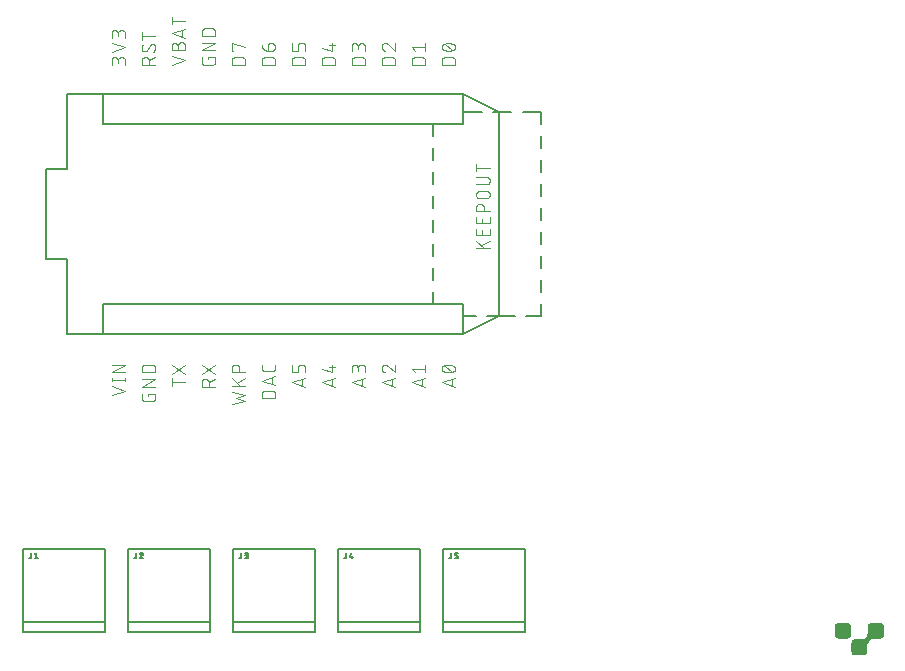
<source format=gto>
G04 EAGLE Gerber RS-274X export*
G75*
%MOMM*%
%FSLAX34Y34*%
%LPD*%
%INSilkscreen Top*%
%IPPOS*%
%AMOC8*
5,1,8,0,0,1.08239X$1,22.5*%
G01*
%ADD10C,0.127000*%
%ADD11C,0.101600*%
%ADD12C,0.203200*%

G36*
X986751Y7755D02*
X986751Y7755D01*
X986780Y7753D01*
X987437Y7840D01*
X987473Y7853D01*
X987533Y7865D01*
X988146Y8119D01*
X988176Y8141D01*
X988231Y8169D01*
X988758Y8572D01*
X988782Y8602D01*
X988828Y8642D01*
X989231Y9169D01*
X989247Y9203D01*
X989281Y9255D01*
X989535Y9867D01*
X989541Y9905D01*
X989559Y9958D01*
X989559Y9959D01*
X989560Y9963D01*
X989647Y10620D01*
X989645Y10642D01*
X989650Y10670D01*
X989650Y15731D01*
X989767Y16914D01*
X990106Y18034D01*
X990658Y19066D01*
X991400Y19970D01*
X992304Y20712D01*
X993336Y21264D01*
X994456Y21603D01*
X995639Y21720D01*
X1000700Y21720D01*
X1000721Y21725D01*
X1000750Y21723D01*
X1001407Y21810D01*
X1001443Y21823D01*
X1001503Y21835D01*
X1002116Y22089D01*
X1002146Y22111D01*
X1002201Y22139D01*
X1002728Y22542D01*
X1002752Y22572D01*
X1002798Y22612D01*
X1003201Y23139D01*
X1003217Y23173D01*
X1003251Y23225D01*
X1003505Y23837D01*
X1003511Y23875D01*
X1003530Y23933D01*
X1003617Y24590D01*
X1003615Y24612D01*
X1003620Y24640D01*
X1003620Y32260D01*
X1003615Y32281D01*
X1003617Y32310D01*
X1003530Y32967D01*
X1003517Y33003D01*
X1003505Y33063D01*
X1003251Y33676D01*
X1003229Y33706D01*
X1003201Y33761D01*
X1002798Y34288D01*
X1002768Y34312D01*
X1002728Y34358D01*
X1002201Y34761D01*
X1002167Y34777D01*
X1002116Y34811D01*
X1001503Y35065D01*
X1001466Y35071D01*
X1001407Y35090D01*
X1000750Y35177D01*
X1000728Y35175D01*
X1000700Y35180D01*
X993080Y35180D01*
X993059Y35175D01*
X993030Y35177D01*
X992373Y35090D01*
X992337Y35077D01*
X992277Y35065D01*
X991665Y34811D01*
X991634Y34789D01*
X991579Y34761D01*
X991052Y34358D01*
X991028Y34328D01*
X990982Y34288D01*
X990579Y33761D01*
X990563Y33727D01*
X990529Y33676D01*
X990275Y33063D01*
X990269Y33026D01*
X990250Y32967D01*
X990163Y32310D01*
X990165Y32288D01*
X990160Y32260D01*
X990160Y27199D01*
X990043Y26016D01*
X989704Y24896D01*
X989152Y23864D01*
X988410Y22960D01*
X987506Y22218D01*
X986474Y21666D01*
X985354Y21327D01*
X984171Y21210D01*
X979110Y21210D01*
X979089Y21205D01*
X979060Y21207D01*
X978403Y21120D01*
X978367Y21107D01*
X978307Y21095D01*
X977695Y20841D01*
X977664Y20819D01*
X977609Y20791D01*
X977082Y20388D01*
X977058Y20358D01*
X977012Y20318D01*
X976609Y19791D01*
X976593Y19757D01*
X976559Y19706D01*
X976305Y19093D01*
X976299Y19056D01*
X976280Y18997D01*
X976193Y18340D01*
X976195Y18318D01*
X976190Y18290D01*
X976190Y10670D01*
X976195Y10649D01*
X976193Y10620D01*
X976280Y9963D01*
X976287Y9943D01*
X976287Y9931D01*
X976295Y9916D01*
X976305Y9867D01*
X976559Y9255D01*
X976581Y9224D01*
X976609Y9169D01*
X977012Y8642D01*
X977017Y8639D01*
X977017Y8638D01*
X977024Y8633D01*
X977042Y8618D01*
X977082Y8572D01*
X977609Y8169D01*
X977643Y8153D01*
X977695Y8119D01*
X978307Y7865D01*
X978345Y7859D01*
X978403Y7840D01*
X979060Y7753D01*
X979082Y7755D01*
X979110Y7750D01*
X986730Y7750D01*
X986751Y7755D01*
G37*
G36*
X972781Y21725D02*
X972781Y21725D01*
X972810Y21723D01*
X973467Y21810D01*
X973503Y21823D01*
X973563Y21835D01*
X974176Y22089D01*
X974206Y22111D01*
X974261Y22139D01*
X974788Y22542D01*
X974812Y22572D01*
X974858Y22612D01*
X975261Y23139D01*
X975277Y23173D01*
X975311Y23225D01*
X975565Y23837D01*
X975571Y23875D01*
X975589Y23927D01*
X975589Y23929D01*
X975590Y23933D01*
X975677Y24590D01*
X975675Y24612D01*
X975680Y24640D01*
X975680Y32260D01*
X975675Y32281D01*
X975677Y32310D01*
X975590Y32967D01*
X975577Y33003D01*
X975565Y33063D01*
X975311Y33676D01*
X975289Y33706D01*
X975261Y33761D01*
X974858Y34288D01*
X974828Y34312D01*
X974788Y34358D01*
X974261Y34761D01*
X974227Y34777D01*
X974176Y34811D01*
X973563Y35065D01*
X973526Y35071D01*
X973467Y35090D01*
X972810Y35177D01*
X972788Y35175D01*
X972760Y35180D01*
X965140Y35180D01*
X965119Y35175D01*
X965090Y35177D01*
X964433Y35090D01*
X964397Y35077D01*
X964337Y35065D01*
X963725Y34811D01*
X963694Y34789D01*
X963639Y34761D01*
X963112Y34358D01*
X963088Y34328D01*
X963042Y34288D01*
X962639Y33761D01*
X962623Y33727D01*
X962589Y33676D01*
X962335Y33063D01*
X962329Y33026D01*
X962310Y32967D01*
X962223Y32310D01*
X962225Y32288D01*
X962220Y32260D01*
X962220Y24640D01*
X962225Y24619D01*
X962223Y24590D01*
X962310Y23933D01*
X962317Y23913D01*
X962317Y23901D01*
X962325Y23886D01*
X962335Y23837D01*
X962589Y23225D01*
X962611Y23194D01*
X962639Y23139D01*
X963042Y22612D01*
X963047Y22609D01*
X963047Y22608D01*
X963054Y22603D01*
X963072Y22588D01*
X963112Y22542D01*
X963639Y22139D01*
X963673Y22123D01*
X963725Y22089D01*
X964337Y21835D01*
X964375Y21829D01*
X964433Y21810D01*
X965090Y21723D01*
X965112Y21725D01*
X965140Y21720D01*
X972760Y21720D01*
X972781Y21725D01*
G37*
D10*
X312420Y482600D02*
X342900Y482600D01*
X647700Y482600D01*
X678180Y467360D01*
X678180Y294640D02*
X647700Y279400D01*
X678180Y294640D02*
X678180Y467360D01*
X647700Y279400D02*
X342900Y279400D01*
X312420Y279400D01*
X678180Y294640D02*
X690960Y294640D01*
X700960Y294640D02*
X713740Y294640D01*
X713740Y304942D01*
X713740Y314942D02*
X713740Y325244D01*
X713740Y335244D02*
X713740Y345547D01*
X713740Y355547D02*
X713740Y365849D01*
X713740Y375849D02*
X713740Y386151D01*
X713740Y396151D02*
X713740Y406453D01*
X713740Y416453D02*
X713740Y426756D01*
X713740Y436756D02*
X713740Y447058D01*
X713740Y457058D02*
X713740Y467360D01*
X698393Y467360D01*
X688393Y467360D02*
X673047Y467360D01*
X663047Y467360D02*
X647700Y467360D01*
X647700Y457200D01*
X640000Y457200D01*
X630000Y457200D02*
X622300Y457200D01*
X622300Y446900D01*
X622300Y436900D02*
X622300Y426600D01*
X622300Y416600D02*
X622300Y406300D01*
X622300Y396300D02*
X622300Y386000D01*
X622300Y376000D02*
X622300Y365700D01*
X622300Y355700D02*
X622300Y345400D01*
X622300Y335400D02*
X622300Y325100D01*
X622300Y315100D02*
X622300Y304800D01*
X630000Y304800D01*
X640000Y304800D02*
X647700Y304800D01*
X647700Y294640D02*
X657940Y294640D01*
X667940Y294640D02*
X678180Y294640D01*
D11*
X670052Y352199D02*
X658368Y352199D01*
X658368Y358690D02*
X665508Y352199D01*
X662912Y354796D02*
X670052Y358690D01*
X670052Y363483D02*
X670052Y368675D01*
X670052Y363483D02*
X658368Y363483D01*
X658368Y368675D01*
X663561Y367377D02*
X663561Y363483D01*
X670052Y373389D02*
X670052Y378581D01*
X670052Y373389D02*
X658368Y373389D01*
X658368Y378581D01*
X663561Y377283D02*
X663561Y373389D01*
X658368Y383441D02*
X670052Y383441D01*
X658368Y383441D02*
X658368Y386687D01*
X658370Y386800D01*
X658376Y386913D01*
X658386Y387026D01*
X658400Y387139D01*
X658417Y387251D01*
X658439Y387362D01*
X658464Y387472D01*
X658494Y387582D01*
X658527Y387690D01*
X658564Y387797D01*
X658604Y387903D01*
X658649Y388007D01*
X658697Y388110D01*
X658748Y388211D01*
X658803Y388310D01*
X658861Y388407D01*
X658923Y388502D01*
X658988Y388595D01*
X659056Y388685D01*
X659127Y388773D01*
X659202Y388859D01*
X659279Y388942D01*
X659359Y389022D01*
X659442Y389099D01*
X659528Y389174D01*
X659616Y389245D01*
X659706Y389313D01*
X659799Y389378D01*
X659894Y389440D01*
X659991Y389498D01*
X660090Y389553D01*
X660191Y389604D01*
X660294Y389652D01*
X660398Y389697D01*
X660504Y389737D01*
X660611Y389774D01*
X660719Y389807D01*
X660829Y389837D01*
X660939Y389862D01*
X661050Y389884D01*
X661162Y389901D01*
X661275Y389915D01*
X661388Y389925D01*
X661501Y389931D01*
X661614Y389933D01*
X661727Y389931D01*
X661840Y389925D01*
X661953Y389915D01*
X662066Y389901D01*
X662178Y389884D01*
X662289Y389862D01*
X662399Y389837D01*
X662509Y389807D01*
X662617Y389774D01*
X662724Y389737D01*
X662830Y389697D01*
X662934Y389652D01*
X663037Y389604D01*
X663138Y389553D01*
X663237Y389498D01*
X663334Y389440D01*
X663429Y389378D01*
X663522Y389313D01*
X663612Y389245D01*
X663700Y389174D01*
X663786Y389099D01*
X663869Y389022D01*
X663949Y388942D01*
X664026Y388859D01*
X664101Y388773D01*
X664172Y388685D01*
X664240Y388595D01*
X664305Y388502D01*
X664367Y388407D01*
X664425Y388310D01*
X664480Y388211D01*
X664531Y388110D01*
X664579Y388007D01*
X664624Y387903D01*
X664664Y387797D01*
X664701Y387690D01*
X664734Y387582D01*
X664764Y387472D01*
X664789Y387362D01*
X664811Y387251D01*
X664828Y387139D01*
X664842Y387026D01*
X664852Y386913D01*
X664858Y386800D01*
X664860Y386687D01*
X664859Y386687D02*
X664859Y383441D01*
X666806Y394321D02*
X661614Y394321D01*
X661501Y394323D01*
X661388Y394329D01*
X661275Y394339D01*
X661162Y394353D01*
X661050Y394370D01*
X660939Y394392D01*
X660829Y394417D01*
X660719Y394447D01*
X660611Y394480D01*
X660504Y394517D01*
X660398Y394557D01*
X660294Y394602D01*
X660191Y394650D01*
X660090Y394701D01*
X659991Y394756D01*
X659894Y394814D01*
X659799Y394876D01*
X659706Y394941D01*
X659616Y395009D01*
X659528Y395080D01*
X659442Y395155D01*
X659359Y395232D01*
X659279Y395312D01*
X659202Y395395D01*
X659127Y395481D01*
X659056Y395569D01*
X658988Y395659D01*
X658923Y395752D01*
X658861Y395847D01*
X658803Y395944D01*
X658748Y396043D01*
X658697Y396144D01*
X658649Y396247D01*
X658604Y396351D01*
X658564Y396457D01*
X658527Y396564D01*
X658494Y396672D01*
X658464Y396782D01*
X658439Y396892D01*
X658417Y397003D01*
X658400Y397115D01*
X658386Y397228D01*
X658376Y397341D01*
X658370Y397454D01*
X658368Y397567D01*
X658370Y397680D01*
X658376Y397793D01*
X658386Y397906D01*
X658400Y398019D01*
X658417Y398131D01*
X658439Y398242D01*
X658464Y398352D01*
X658494Y398462D01*
X658527Y398570D01*
X658564Y398677D01*
X658604Y398783D01*
X658649Y398887D01*
X658697Y398990D01*
X658748Y399091D01*
X658803Y399190D01*
X658861Y399287D01*
X658923Y399382D01*
X658988Y399475D01*
X659056Y399565D01*
X659127Y399653D01*
X659202Y399739D01*
X659279Y399822D01*
X659359Y399902D01*
X659442Y399979D01*
X659528Y400054D01*
X659616Y400125D01*
X659706Y400193D01*
X659799Y400258D01*
X659894Y400320D01*
X659991Y400378D01*
X660090Y400433D01*
X660191Y400484D01*
X660294Y400532D01*
X660398Y400577D01*
X660504Y400617D01*
X660611Y400654D01*
X660719Y400687D01*
X660829Y400717D01*
X660939Y400742D01*
X661050Y400764D01*
X661162Y400781D01*
X661275Y400795D01*
X661388Y400805D01*
X661501Y400811D01*
X661614Y400813D01*
X661614Y400812D02*
X666806Y400812D01*
X666806Y400813D02*
X666919Y400811D01*
X667032Y400805D01*
X667145Y400795D01*
X667258Y400781D01*
X667370Y400764D01*
X667481Y400742D01*
X667591Y400717D01*
X667701Y400687D01*
X667809Y400654D01*
X667916Y400617D01*
X668022Y400577D01*
X668126Y400532D01*
X668229Y400484D01*
X668330Y400433D01*
X668429Y400378D01*
X668526Y400320D01*
X668621Y400258D01*
X668714Y400193D01*
X668804Y400125D01*
X668892Y400054D01*
X668978Y399979D01*
X669061Y399902D01*
X669141Y399822D01*
X669218Y399739D01*
X669293Y399653D01*
X669364Y399565D01*
X669432Y399475D01*
X669497Y399382D01*
X669559Y399287D01*
X669617Y399190D01*
X669672Y399091D01*
X669723Y398990D01*
X669771Y398887D01*
X669816Y398783D01*
X669856Y398677D01*
X669893Y398570D01*
X669926Y398462D01*
X669956Y398352D01*
X669981Y398242D01*
X670003Y398131D01*
X670020Y398019D01*
X670034Y397906D01*
X670044Y397793D01*
X670050Y397680D01*
X670052Y397567D01*
X670050Y397454D01*
X670044Y397341D01*
X670034Y397228D01*
X670020Y397115D01*
X670003Y397003D01*
X669981Y396892D01*
X669956Y396782D01*
X669926Y396672D01*
X669893Y396564D01*
X669856Y396457D01*
X669816Y396351D01*
X669771Y396247D01*
X669723Y396144D01*
X669672Y396043D01*
X669617Y395944D01*
X669559Y395847D01*
X669497Y395752D01*
X669432Y395659D01*
X669364Y395569D01*
X669293Y395481D01*
X669218Y395395D01*
X669141Y395312D01*
X669061Y395232D01*
X668978Y395155D01*
X668892Y395080D01*
X668804Y395009D01*
X668714Y394941D01*
X668621Y394876D01*
X668526Y394814D01*
X668429Y394756D01*
X668330Y394701D01*
X668229Y394650D01*
X668126Y394602D01*
X668022Y394557D01*
X667916Y394517D01*
X667809Y394480D01*
X667701Y394447D01*
X667591Y394417D01*
X667481Y394392D01*
X667370Y394370D01*
X667258Y394353D01*
X667145Y394339D01*
X667032Y394329D01*
X666919Y394323D01*
X666806Y394321D01*
X666806Y406132D02*
X658368Y406132D01*
X666806Y406131D02*
X666919Y406133D01*
X667032Y406139D01*
X667145Y406149D01*
X667258Y406163D01*
X667370Y406180D01*
X667481Y406202D01*
X667591Y406227D01*
X667701Y406257D01*
X667809Y406290D01*
X667916Y406327D01*
X668022Y406367D01*
X668126Y406412D01*
X668229Y406460D01*
X668330Y406511D01*
X668429Y406566D01*
X668526Y406624D01*
X668621Y406686D01*
X668714Y406751D01*
X668804Y406819D01*
X668892Y406890D01*
X668978Y406965D01*
X669061Y407042D01*
X669141Y407122D01*
X669218Y407205D01*
X669293Y407291D01*
X669364Y407379D01*
X669432Y407469D01*
X669497Y407562D01*
X669559Y407657D01*
X669617Y407754D01*
X669672Y407853D01*
X669723Y407954D01*
X669771Y408057D01*
X669816Y408161D01*
X669856Y408267D01*
X669893Y408374D01*
X669926Y408482D01*
X669956Y408592D01*
X669981Y408702D01*
X670003Y408813D01*
X670020Y408925D01*
X670034Y409038D01*
X670044Y409151D01*
X670050Y409264D01*
X670052Y409377D01*
X670050Y409490D01*
X670044Y409603D01*
X670034Y409716D01*
X670020Y409829D01*
X670003Y409941D01*
X669981Y410052D01*
X669956Y410162D01*
X669926Y410272D01*
X669893Y410380D01*
X669856Y410487D01*
X669816Y410593D01*
X669771Y410697D01*
X669723Y410800D01*
X669672Y410901D01*
X669617Y411000D01*
X669559Y411097D01*
X669497Y411192D01*
X669432Y411285D01*
X669364Y411375D01*
X669293Y411463D01*
X669218Y411549D01*
X669141Y411632D01*
X669061Y411712D01*
X668978Y411789D01*
X668892Y411864D01*
X668804Y411935D01*
X668714Y412003D01*
X668621Y412068D01*
X668526Y412130D01*
X668429Y412188D01*
X668330Y412243D01*
X668229Y412294D01*
X668126Y412342D01*
X668022Y412387D01*
X667916Y412427D01*
X667809Y412464D01*
X667701Y412497D01*
X667591Y412527D01*
X667481Y412552D01*
X667370Y412574D01*
X667258Y412591D01*
X667145Y412605D01*
X667032Y412615D01*
X666919Y412621D01*
X666806Y412623D01*
X658368Y412623D01*
X658368Y420426D02*
X670052Y420426D01*
X658368Y417181D02*
X658368Y423672D01*
D10*
X312420Y342900D02*
X312420Y279400D01*
X312420Y342900D02*
X294640Y342900D01*
X312420Y419100D02*
X312420Y482600D01*
X312420Y419100D02*
X294640Y419100D01*
X294640Y342900D01*
D11*
X349758Y227683D02*
X361442Y231577D01*
X349758Y235472D01*
X349758Y240721D02*
X361442Y240721D01*
X361442Y239423D02*
X361442Y242020D01*
X349758Y242020D02*
X349758Y239423D01*
X349758Y247001D02*
X361442Y247001D01*
X361442Y253492D02*
X349758Y247001D01*
X349758Y253492D02*
X361442Y253492D01*
X380351Y229108D02*
X380351Y227161D01*
X380351Y229108D02*
X386842Y229108D01*
X386842Y225213D01*
X386840Y225114D01*
X386834Y225014D01*
X386825Y224915D01*
X386812Y224817D01*
X386795Y224719D01*
X386774Y224621D01*
X386749Y224525D01*
X386721Y224430D01*
X386689Y224336D01*
X386654Y224243D01*
X386615Y224151D01*
X386572Y224061D01*
X386527Y223973D01*
X386477Y223886D01*
X386425Y223802D01*
X386369Y223719D01*
X386311Y223639D01*
X386249Y223561D01*
X386184Y223486D01*
X386116Y223413D01*
X386046Y223343D01*
X385973Y223275D01*
X385898Y223210D01*
X385820Y223148D01*
X385740Y223090D01*
X385657Y223034D01*
X385573Y222982D01*
X385486Y222932D01*
X385398Y222887D01*
X385308Y222844D01*
X385216Y222805D01*
X385123Y222770D01*
X385029Y222738D01*
X384934Y222710D01*
X384838Y222685D01*
X384740Y222664D01*
X384642Y222647D01*
X384544Y222634D01*
X384445Y222625D01*
X384345Y222619D01*
X384246Y222617D01*
X377754Y222617D01*
X377754Y222616D02*
X377655Y222618D01*
X377555Y222624D01*
X377456Y222633D01*
X377358Y222646D01*
X377260Y222664D01*
X377162Y222684D01*
X377066Y222709D01*
X376970Y222737D01*
X376876Y222769D01*
X376783Y222804D01*
X376692Y222843D01*
X376602Y222886D01*
X376513Y222931D01*
X376427Y222981D01*
X376342Y223033D01*
X376260Y223089D01*
X376180Y223148D01*
X376102Y223209D01*
X376026Y223274D01*
X375953Y223342D01*
X375883Y223412D01*
X375815Y223485D01*
X375750Y223561D01*
X375689Y223639D01*
X375630Y223719D01*
X375574Y223801D01*
X375522Y223886D01*
X375473Y223972D01*
X375427Y224061D01*
X375384Y224151D01*
X375345Y224242D01*
X375310Y224335D01*
X375278Y224429D01*
X375250Y224525D01*
X375225Y224621D01*
X375205Y224719D01*
X375187Y224817D01*
X375174Y224915D01*
X375165Y225014D01*
X375159Y225113D01*
X375157Y225213D01*
X375158Y225213D02*
X375158Y229108D01*
X375158Y234809D02*
X386842Y234809D01*
X386842Y241300D02*
X375158Y234809D01*
X375158Y241300D02*
X386842Y241300D01*
X386842Y247001D02*
X375158Y247001D01*
X375158Y250246D01*
X375160Y250359D01*
X375166Y250472D01*
X375176Y250585D01*
X375190Y250698D01*
X375207Y250810D01*
X375229Y250921D01*
X375254Y251031D01*
X375284Y251141D01*
X375317Y251249D01*
X375354Y251356D01*
X375394Y251462D01*
X375439Y251566D01*
X375487Y251669D01*
X375538Y251770D01*
X375593Y251869D01*
X375651Y251966D01*
X375713Y252061D01*
X375778Y252154D01*
X375846Y252244D01*
X375917Y252332D01*
X375992Y252418D01*
X376069Y252501D01*
X376149Y252581D01*
X376232Y252658D01*
X376318Y252733D01*
X376406Y252804D01*
X376496Y252872D01*
X376589Y252937D01*
X376684Y252999D01*
X376781Y253057D01*
X376880Y253112D01*
X376981Y253163D01*
X377084Y253211D01*
X377188Y253256D01*
X377294Y253296D01*
X377401Y253333D01*
X377509Y253366D01*
X377619Y253396D01*
X377729Y253421D01*
X377840Y253443D01*
X377952Y253460D01*
X378065Y253474D01*
X378178Y253484D01*
X378291Y253490D01*
X378404Y253492D01*
X383596Y253492D01*
X383709Y253490D01*
X383822Y253484D01*
X383935Y253474D01*
X384048Y253460D01*
X384160Y253443D01*
X384271Y253421D01*
X384381Y253396D01*
X384491Y253366D01*
X384599Y253333D01*
X384706Y253296D01*
X384812Y253256D01*
X384916Y253211D01*
X385019Y253163D01*
X385120Y253112D01*
X385219Y253057D01*
X385316Y252999D01*
X385411Y252937D01*
X385504Y252872D01*
X385594Y252804D01*
X385682Y252733D01*
X385768Y252658D01*
X385851Y252581D01*
X385931Y252501D01*
X386008Y252418D01*
X386083Y252332D01*
X386154Y252244D01*
X386222Y252154D01*
X386287Y252061D01*
X386349Y251966D01*
X386407Y251869D01*
X386462Y251770D01*
X386513Y251669D01*
X386561Y251566D01*
X386606Y251462D01*
X386646Y251356D01*
X386683Y251249D01*
X386716Y251141D01*
X386746Y251031D01*
X386771Y250921D01*
X386793Y250810D01*
X386810Y250698D01*
X386824Y250585D01*
X386834Y250472D01*
X386840Y250359D01*
X386842Y250246D01*
X386842Y247001D01*
X400558Y238929D02*
X412242Y238929D01*
X400558Y235684D02*
X400558Y242175D01*
X400558Y253492D02*
X412242Y245703D01*
X412242Y253492D02*
X400558Y245703D01*
X425958Y234995D02*
X437642Y234995D01*
X425958Y234995D02*
X425958Y238241D01*
X425960Y238354D01*
X425966Y238467D01*
X425976Y238580D01*
X425990Y238693D01*
X426007Y238805D01*
X426029Y238916D01*
X426054Y239026D01*
X426084Y239136D01*
X426117Y239244D01*
X426154Y239351D01*
X426194Y239457D01*
X426239Y239561D01*
X426287Y239664D01*
X426338Y239765D01*
X426393Y239864D01*
X426451Y239961D01*
X426513Y240056D01*
X426578Y240149D01*
X426646Y240239D01*
X426717Y240327D01*
X426792Y240413D01*
X426869Y240496D01*
X426949Y240576D01*
X427032Y240653D01*
X427118Y240728D01*
X427206Y240799D01*
X427296Y240867D01*
X427389Y240932D01*
X427484Y240994D01*
X427581Y241052D01*
X427680Y241107D01*
X427781Y241158D01*
X427884Y241206D01*
X427988Y241251D01*
X428094Y241291D01*
X428201Y241328D01*
X428309Y241361D01*
X428419Y241391D01*
X428529Y241416D01*
X428640Y241438D01*
X428752Y241455D01*
X428865Y241469D01*
X428978Y241479D01*
X429091Y241485D01*
X429204Y241487D01*
X429317Y241485D01*
X429430Y241479D01*
X429543Y241469D01*
X429656Y241455D01*
X429768Y241438D01*
X429879Y241416D01*
X429989Y241391D01*
X430099Y241361D01*
X430207Y241328D01*
X430314Y241291D01*
X430420Y241251D01*
X430524Y241206D01*
X430627Y241158D01*
X430728Y241107D01*
X430827Y241052D01*
X430924Y240994D01*
X431019Y240932D01*
X431112Y240867D01*
X431202Y240799D01*
X431290Y240728D01*
X431376Y240653D01*
X431459Y240576D01*
X431539Y240496D01*
X431616Y240413D01*
X431691Y240327D01*
X431762Y240239D01*
X431830Y240149D01*
X431895Y240056D01*
X431957Y239961D01*
X432015Y239864D01*
X432070Y239765D01*
X432121Y239664D01*
X432169Y239561D01*
X432214Y239457D01*
X432254Y239351D01*
X432291Y239244D01*
X432324Y239136D01*
X432354Y239026D01*
X432379Y238916D01*
X432401Y238805D01*
X432418Y238693D01*
X432432Y238580D01*
X432442Y238467D01*
X432448Y238354D01*
X432450Y238241D01*
X432449Y238241D02*
X432449Y234995D01*
X432449Y238890D02*
X437642Y241487D01*
X437642Y245703D02*
X425958Y253492D01*
X425958Y245703D02*
X437642Y253492D01*
X451358Y220119D02*
X463042Y222716D01*
X455253Y225312D01*
X463042Y227909D01*
X451358Y230505D01*
X451358Y235571D02*
X463042Y235571D01*
X458498Y235571D02*
X451358Y242062D01*
X455902Y238167D02*
X463042Y242062D01*
X463042Y247001D02*
X451358Y247001D01*
X451358Y250246D01*
X451360Y250359D01*
X451366Y250472D01*
X451376Y250585D01*
X451390Y250698D01*
X451407Y250810D01*
X451429Y250921D01*
X451454Y251031D01*
X451484Y251141D01*
X451517Y251249D01*
X451554Y251356D01*
X451594Y251462D01*
X451639Y251566D01*
X451687Y251669D01*
X451738Y251770D01*
X451793Y251869D01*
X451851Y251966D01*
X451913Y252061D01*
X451978Y252154D01*
X452046Y252244D01*
X452117Y252332D01*
X452192Y252418D01*
X452269Y252501D01*
X452349Y252581D01*
X452432Y252658D01*
X452518Y252733D01*
X452606Y252804D01*
X452696Y252872D01*
X452789Y252937D01*
X452884Y252999D01*
X452981Y253057D01*
X453080Y253112D01*
X453181Y253163D01*
X453284Y253211D01*
X453388Y253256D01*
X453494Y253296D01*
X453601Y253333D01*
X453709Y253366D01*
X453819Y253396D01*
X453929Y253421D01*
X454040Y253443D01*
X454152Y253460D01*
X454265Y253474D01*
X454378Y253484D01*
X454491Y253490D01*
X454604Y253492D01*
X454717Y253490D01*
X454830Y253484D01*
X454943Y253474D01*
X455056Y253460D01*
X455168Y253443D01*
X455279Y253421D01*
X455389Y253396D01*
X455499Y253366D01*
X455607Y253333D01*
X455714Y253296D01*
X455820Y253256D01*
X455924Y253211D01*
X456027Y253163D01*
X456128Y253112D01*
X456227Y253057D01*
X456324Y252999D01*
X456419Y252937D01*
X456512Y252872D01*
X456602Y252804D01*
X456690Y252733D01*
X456776Y252658D01*
X456859Y252581D01*
X456939Y252501D01*
X457016Y252418D01*
X457091Y252332D01*
X457162Y252244D01*
X457230Y252154D01*
X457295Y252061D01*
X457357Y251966D01*
X457415Y251869D01*
X457470Y251770D01*
X457521Y251669D01*
X457569Y251566D01*
X457614Y251462D01*
X457654Y251356D01*
X457691Y251249D01*
X457724Y251141D01*
X457754Y251031D01*
X457779Y250921D01*
X457801Y250810D01*
X457818Y250698D01*
X457832Y250585D01*
X457842Y250472D01*
X457848Y250359D01*
X457850Y250246D01*
X457849Y250246D02*
X457849Y247001D01*
X476758Y225091D02*
X488442Y225091D01*
X476758Y225091D02*
X476758Y228337D01*
X476760Y228450D01*
X476766Y228563D01*
X476776Y228676D01*
X476790Y228789D01*
X476807Y228901D01*
X476829Y229012D01*
X476854Y229122D01*
X476884Y229232D01*
X476917Y229340D01*
X476954Y229447D01*
X476994Y229553D01*
X477039Y229657D01*
X477087Y229760D01*
X477138Y229861D01*
X477193Y229960D01*
X477251Y230057D01*
X477313Y230152D01*
X477378Y230245D01*
X477446Y230335D01*
X477517Y230423D01*
X477592Y230509D01*
X477669Y230592D01*
X477749Y230672D01*
X477832Y230749D01*
X477918Y230824D01*
X478006Y230895D01*
X478096Y230963D01*
X478189Y231028D01*
X478284Y231090D01*
X478381Y231148D01*
X478480Y231203D01*
X478581Y231254D01*
X478684Y231302D01*
X478788Y231347D01*
X478894Y231387D01*
X479001Y231424D01*
X479109Y231457D01*
X479219Y231487D01*
X479329Y231512D01*
X479440Y231534D01*
X479552Y231551D01*
X479665Y231565D01*
X479778Y231575D01*
X479891Y231581D01*
X480004Y231583D01*
X480004Y231582D02*
X485196Y231582D01*
X485196Y231583D02*
X485309Y231581D01*
X485422Y231575D01*
X485535Y231565D01*
X485648Y231551D01*
X485760Y231534D01*
X485871Y231512D01*
X485981Y231487D01*
X486091Y231457D01*
X486199Y231424D01*
X486306Y231387D01*
X486412Y231347D01*
X486516Y231302D01*
X486619Y231254D01*
X486720Y231203D01*
X486819Y231148D01*
X486916Y231090D01*
X487011Y231028D01*
X487104Y230963D01*
X487194Y230895D01*
X487282Y230824D01*
X487368Y230749D01*
X487451Y230672D01*
X487531Y230592D01*
X487608Y230509D01*
X487683Y230423D01*
X487754Y230335D01*
X487822Y230245D01*
X487887Y230152D01*
X487949Y230057D01*
X488007Y229960D01*
X488062Y229861D01*
X488113Y229760D01*
X488161Y229657D01*
X488206Y229553D01*
X488246Y229447D01*
X488283Y229340D01*
X488316Y229232D01*
X488346Y229122D01*
X488371Y229012D01*
X488393Y228901D01*
X488410Y228789D01*
X488424Y228676D01*
X488434Y228563D01*
X488440Y228450D01*
X488442Y228337D01*
X488442Y225091D01*
X488442Y236253D02*
X476758Y240148D01*
X488442Y244043D01*
X485521Y243069D02*
X485521Y237227D01*
X488442Y250896D02*
X488442Y253492D01*
X488442Y250896D02*
X488440Y250797D01*
X488434Y250697D01*
X488425Y250598D01*
X488412Y250500D01*
X488395Y250402D01*
X488374Y250304D01*
X488349Y250208D01*
X488321Y250113D01*
X488289Y250019D01*
X488254Y249926D01*
X488215Y249834D01*
X488172Y249744D01*
X488127Y249656D01*
X488077Y249569D01*
X488025Y249485D01*
X487969Y249402D01*
X487911Y249322D01*
X487849Y249244D01*
X487784Y249169D01*
X487716Y249096D01*
X487646Y249026D01*
X487573Y248958D01*
X487498Y248893D01*
X487420Y248831D01*
X487340Y248773D01*
X487257Y248717D01*
X487173Y248665D01*
X487086Y248615D01*
X486998Y248570D01*
X486908Y248527D01*
X486816Y248488D01*
X486723Y248453D01*
X486629Y248421D01*
X486534Y248393D01*
X486438Y248368D01*
X486340Y248347D01*
X486242Y248330D01*
X486144Y248317D01*
X486045Y248308D01*
X485945Y248302D01*
X485846Y248300D01*
X485846Y248299D02*
X479354Y248299D01*
X479255Y248301D01*
X479155Y248307D01*
X479056Y248316D01*
X478958Y248329D01*
X478860Y248347D01*
X478762Y248367D01*
X478666Y248392D01*
X478570Y248420D01*
X478476Y248452D01*
X478383Y248487D01*
X478292Y248526D01*
X478202Y248569D01*
X478113Y248614D01*
X478027Y248664D01*
X477942Y248716D01*
X477860Y248772D01*
X477780Y248831D01*
X477702Y248892D01*
X477626Y248957D01*
X477553Y249025D01*
X477483Y249095D01*
X477415Y249168D01*
X477350Y249244D01*
X477289Y249322D01*
X477230Y249402D01*
X477174Y249484D01*
X477122Y249569D01*
X477073Y249655D01*
X477027Y249744D01*
X476984Y249834D01*
X476945Y249925D01*
X476910Y250018D01*
X476878Y250112D01*
X476850Y250208D01*
X476825Y250304D01*
X476805Y250402D01*
X476787Y250500D01*
X476774Y250598D01*
X476765Y250697D01*
X476759Y250796D01*
X476757Y250896D01*
X476758Y250896D02*
X476758Y253492D01*
X502158Y238816D02*
X513842Y234922D01*
X513842Y242711D02*
X502158Y238816D01*
X510921Y241737D02*
X510921Y235895D01*
X513842Y247001D02*
X513842Y250896D01*
X513840Y250995D01*
X513834Y251095D01*
X513825Y251194D01*
X513812Y251292D01*
X513795Y251390D01*
X513774Y251488D01*
X513749Y251584D01*
X513721Y251679D01*
X513689Y251773D01*
X513654Y251866D01*
X513615Y251958D01*
X513572Y252048D01*
X513527Y252136D01*
X513477Y252223D01*
X513425Y252307D01*
X513369Y252390D01*
X513311Y252470D01*
X513249Y252548D01*
X513184Y252623D01*
X513116Y252696D01*
X513046Y252766D01*
X512973Y252834D01*
X512898Y252899D01*
X512820Y252961D01*
X512740Y253019D01*
X512657Y253075D01*
X512573Y253127D01*
X512486Y253177D01*
X512398Y253222D01*
X512308Y253265D01*
X512216Y253304D01*
X512123Y253339D01*
X512029Y253371D01*
X511934Y253399D01*
X511838Y253424D01*
X511740Y253445D01*
X511642Y253462D01*
X511544Y253475D01*
X511445Y253484D01*
X511345Y253490D01*
X511246Y253492D01*
X509947Y253492D01*
X509848Y253490D01*
X509748Y253484D01*
X509649Y253475D01*
X509551Y253462D01*
X509453Y253445D01*
X509355Y253424D01*
X509259Y253399D01*
X509164Y253371D01*
X509070Y253339D01*
X508977Y253304D01*
X508885Y253265D01*
X508795Y253222D01*
X508707Y253177D01*
X508620Y253127D01*
X508536Y253075D01*
X508453Y253019D01*
X508373Y252961D01*
X508295Y252899D01*
X508220Y252834D01*
X508147Y252766D01*
X508077Y252696D01*
X508009Y252623D01*
X507944Y252548D01*
X507882Y252470D01*
X507824Y252390D01*
X507768Y252307D01*
X507716Y252223D01*
X507666Y252136D01*
X507621Y252048D01*
X507578Y251958D01*
X507539Y251866D01*
X507504Y251773D01*
X507472Y251679D01*
X507444Y251584D01*
X507419Y251488D01*
X507398Y251390D01*
X507381Y251292D01*
X507368Y251194D01*
X507359Y251095D01*
X507353Y250995D01*
X507351Y250896D01*
X507351Y247001D01*
X502158Y247001D01*
X502158Y253492D01*
X527558Y238816D02*
X539242Y234922D01*
X539242Y242711D02*
X527558Y238816D01*
X536321Y241737D02*
X536321Y235895D01*
X536646Y247001D02*
X527558Y249597D01*
X536646Y247001D02*
X536646Y253492D01*
X534049Y251545D02*
X539242Y251545D01*
X552958Y238816D02*
X564642Y234922D01*
X564642Y242711D02*
X552958Y238816D01*
X561721Y241737D02*
X561721Y235895D01*
X564642Y247001D02*
X564642Y250246D01*
X564640Y250359D01*
X564634Y250472D01*
X564624Y250585D01*
X564610Y250698D01*
X564593Y250810D01*
X564571Y250921D01*
X564546Y251031D01*
X564516Y251141D01*
X564483Y251249D01*
X564446Y251356D01*
X564406Y251462D01*
X564361Y251566D01*
X564313Y251669D01*
X564262Y251770D01*
X564207Y251869D01*
X564149Y251966D01*
X564087Y252061D01*
X564022Y252154D01*
X563954Y252244D01*
X563883Y252332D01*
X563808Y252418D01*
X563731Y252501D01*
X563651Y252581D01*
X563568Y252658D01*
X563482Y252733D01*
X563394Y252804D01*
X563304Y252872D01*
X563211Y252937D01*
X563116Y252999D01*
X563019Y253057D01*
X562920Y253112D01*
X562819Y253163D01*
X562716Y253211D01*
X562612Y253256D01*
X562506Y253296D01*
X562399Y253333D01*
X562291Y253366D01*
X562181Y253396D01*
X562071Y253421D01*
X561960Y253443D01*
X561848Y253460D01*
X561735Y253474D01*
X561622Y253484D01*
X561509Y253490D01*
X561396Y253492D01*
X561283Y253490D01*
X561170Y253484D01*
X561057Y253474D01*
X560944Y253460D01*
X560832Y253443D01*
X560721Y253421D01*
X560611Y253396D01*
X560501Y253366D01*
X560393Y253333D01*
X560286Y253296D01*
X560180Y253256D01*
X560076Y253211D01*
X559973Y253163D01*
X559872Y253112D01*
X559773Y253057D01*
X559676Y252999D01*
X559581Y252937D01*
X559488Y252872D01*
X559398Y252804D01*
X559310Y252733D01*
X559224Y252658D01*
X559141Y252581D01*
X559061Y252501D01*
X558984Y252418D01*
X558909Y252332D01*
X558838Y252244D01*
X558770Y252154D01*
X558705Y252061D01*
X558643Y251966D01*
X558585Y251869D01*
X558530Y251770D01*
X558479Y251669D01*
X558431Y251566D01*
X558386Y251462D01*
X558346Y251356D01*
X558309Y251249D01*
X558276Y251141D01*
X558246Y251031D01*
X558221Y250921D01*
X558199Y250810D01*
X558182Y250698D01*
X558168Y250585D01*
X558158Y250472D01*
X558152Y250359D01*
X558150Y250246D01*
X552958Y250896D02*
X552958Y247001D01*
X552958Y250896D02*
X552960Y250997D01*
X552966Y251097D01*
X552976Y251197D01*
X552989Y251297D01*
X553007Y251396D01*
X553028Y251495D01*
X553053Y251592D01*
X553082Y251689D01*
X553115Y251784D01*
X553151Y251878D01*
X553191Y251970D01*
X553234Y252061D01*
X553281Y252150D01*
X553331Y252237D01*
X553385Y252323D01*
X553442Y252406D01*
X553502Y252486D01*
X553565Y252565D01*
X553632Y252641D01*
X553701Y252714D01*
X553773Y252784D01*
X553847Y252852D01*
X553924Y252917D01*
X554004Y252978D01*
X554086Y253037D01*
X554170Y253092D01*
X554256Y253144D01*
X554344Y253193D01*
X554434Y253238D01*
X554526Y253280D01*
X554619Y253318D01*
X554714Y253352D01*
X554809Y253383D01*
X554906Y253410D01*
X555004Y253433D01*
X555103Y253453D01*
X555203Y253468D01*
X555303Y253480D01*
X555403Y253488D01*
X555504Y253492D01*
X555604Y253492D01*
X555705Y253488D01*
X555805Y253480D01*
X555905Y253468D01*
X556005Y253453D01*
X556104Y253433D01*
X556202Y253410D01*
X556299Y253383D01*
X556394Y253352D01*
X556489Y253318D01*
X556582Y253280D01*
X556674Y253238D01*
X556764Y253193D01*
X556852Y253144D01*
X556938Y253092D01*
X557022Y253037D01*
X557104Y252978D01*
X557184Y252917D01*
X557261Y252852D01*
X557335Y252784D01*
X557407Y252714D01*
X557476Y252641D01*
X557543Y252565D01*
X557606Y252486D01*
X557666Y252406D01*
X557723Y252323D01*
X557777Y252237D01*
X557827Y252150D01*
X557874Y252061D01*
X557917Y251970D01*
X557957Y251878D01*
X557993Y251784D01*
X558026Y251689D01*
X558055Y251592D01*
X558080Y251495D01*
X558101Y251396D01*
X558119Y251297D01*
X558132Y251197D01*
X558142Y251097D01*
X558148Y250997D01*
X558150Y250896D01*
X558151Y250896D02*
X558151Y248299D01*
X578358Y238816D02*
X590042Y234922D01*
X590042Y242711D02*
X578358Y238816D01*
X587121Y241737D02*
X587121Y235895D01*
X578358Y250571D02*
X578360Y250678D01*
X578366Y250784D01*
X578376Y250890D01*
X578389Y250996D01*
X578407Y251102D01*
X578428Y251206D01*
X578453Y251310D01*
X578482Y251413D01*
X578514Y251514D01*
X578551Y251614D01*
X578591Y251713D01*
X578634Y251811D01*
X578681Y251907D01*
X578732Y252001D01*
X578786Y252093D01*
X578843Y252183D01*
X578903Y252271D01*
X578967Y252356D01*
X579034Y252439D01*
X579104Y252520D01*
X579176Y252598D01*
X579252Y252674D01*
X579330Y252746D01*
X579411Y252816D01*
X579494Y252883D01*
X579579Y252947D01*
X579667Y253007D01*
X579757Y253064D01*
X579849Y253118D01*
X579943Y253169D01*
X580039Y253216D01*
X580137Y253259D01*
X580236Y253299D01*
X580336Y253336D01*
X580437Y253368D01*
X580540Y253397D01*
X580644Y253422D01*
X580748Y253443D01*
X580854Y253461D01*
X580960Y253474D01*
X581066Y253484D01*
X581172Y253490D01*
X581279Y253492D01*
X578358Y250571D02*
X578360Y250450D01*
X578366Y250329D01*
X578376Y250209D01*
X578389Y250088D01*
X578407Y249969D01*
X578428Y249849D01*
X578453Y249731D01*
X578482Y249614D01*
X578515Y249497D01*
X578551Y249382D01*
X578592Y249268D01*
X578635Y249155D01*
X578683Y249043D01*
X578734Y248934D01*
X578789Y248826D01*
X578847Y248719D01*
X578908Y248615D01*
X578973Y248513D01*
X579041Y248413D01*
X579112Y248315D01*
X579186Y248219D01*
X579263Y248126D01*
X579344Y248036D01*
X579427Y247948D01*
X579513Y247863D01*
X579602Y247780D01*
X579693Y247701D01*
X579787Y247624D01*
X579883Y247551D01*
X579981Y247481D01*
X580082Y247414D01*
X580185Y247350D01*
X580290Y247290D01*
X580397Y247232D01*
X580505Y247179D01*
X580615Y247129D01*
X580727Y247083D01*
X580840Y247040D01*
X580955Y247001D01*
X583551Y252518D02*
X583473Y252597D01*
X583393Y252673D01*
X583310Y252746D01*
X583224Y252816D01*
X583137Y252883D01*
X583046Y252947D01*
X582954Y253007D01*
X582860Y253065D01*
X582763Y253119D01*
X582665Y253169D01*
X582565Y253216D01*
X582464Y253260D01*
X582361Y253300D01*
X582256Y253336D01*
X582151Y253368D01*
X582044Y253397D01*
X581937Y253422D01*
X581828Y253444D01*
X581719Y253461D01*
X581610Y253475D01*
X581500Y253484D01*
X581389Y253490D01*
X581279Y253492D01*
X583551Y252518D02*
X590042Y247001D01*
X590042Y253492D01*
X603758Y238816D02*
X615442Y234922D01*
X615442Y242711D02*
X603758Y238816D01*
X612521Y241737D02*
X612521Y235895D01*
X606354Y247001D02*
X603758Y250246D01*
X615442Y250246D01*
X615442Y247001D02*
X615442Y253492D01*
X629158Y238816D02*
X640842Y234922D01*
X640842Y242711D02*
X629158Y238816D01*
X637921Y241737D02*
X637921Y235895D01*
X635000Y247001D02*
X634770Y247004D01*
X634540Y247012D01*
X634311Y247026D01*
X634082Y247045D01*
X633853Y247070D01*
X633625Y247100D01*
X633398Y247135D01*
X633172Y247176D01*
X632947Y247222D01*
X632723Y247274D01*
X632500Y247331D01*
X632279Y247393D01*
X632059Y247461D01*
X631841Y247534D01*
X631625Y247612D01*
X631411Y247695D01*
X631199Y247783D01*
X630988Y247876D01*
X630781Y247975D01*
X630781Y247974D02*
X630691Y248007D01*
X630602Y248043D01*
X630514Y248083D01*
X630429Y248127D01*
X630345Y248174D01*
X630263Y248224D01*
X630183Y248278D01*
X630106Y248334D01*
X630030Y248394D01*
X629957Y248457D01*
X629887Y248522D01*
X629819Y248591D01*
X629755Y248662D01*
X629693Y248735D01*
X629634Y248811D01*
X629578Y248889D01*
X629525Y248970D01*
X629476Y249052D01*
X629430Y249136D01*
X629387Y249223D01*
X629348Y249310D01*
X629312Y249400D01*
X629280Y249490D01*
X629252Y249582D01*
X629227Y249675D01*
X629206Y249769D01*
X629189Y249863D01*
X629175Y249958D01*
X629166Y250054D01*
X629160Y250150D01*
X629158Y250246D01*
X629160Y250342D01*
X629166Y250438D01*
X629175Y250534D01*
X629189Y250629D01*
X629206Y250723D01*
X629227Y250817D01*
X629252Y250910D01*
X629280Y251002D01*
X629312Y251092D01*
X629348Y251182D01*
X629387Y251270D01*
X629430Y251356D01*
X629476Y251440D01*
X629525Y251522D01*
X629578Y251603D01*
X629634Y251681D01*
X629693Y251757D01*
X629755Y251830D01*
X629819Y251901D01*
X629887Y251970D01*
X629957Y252035D01*
X630030Y252098D01*
X630106Y252158D01*
X630183Y252214D01*
X630263Y252268D01*
X630345Y252318D01*
X630429Y252365D01*
X630514Y252409D01*
X630602Y252449D01*
X630691Y252485D01*
X630781Y252518D01*
X630988Y252617D01*
X631199Y252710D01*
X631411Y252798D01*
X631625Y252881D01*
X631841Y252959D01*
X632059Y253032D01*
X632279Y253100D01*
X632500Y253162D01*
X632723Y253219D01*
X632947Y253271D01*
X633172Y253317D01*
X633398Y253358D01*
X633625Y253393D01*
X633853Y253423D01*
X634082Y253448D01*
X634311Y253467D01*
X634540Y253481D01*
X634770Y253489D01*
X635000Y253492D01*
X635000Y247001D02*
X635230Y247004D01*
X635460Y247012D01*
X635689Y247026D01*
X635918Y247045D01*
X636147Y247070D01*
X636375Y247100D01*
X636602Y247135D01*
X636828Y247176D01*
X637053Y247222D01*
X637277Y247274D01*
X637500Y247331D01*
X637721Y247393D01*
X637941Y247461D01*
X638159Y247534D01*
X638375Y247612D01*
X638589Y247695D01*
X638801Y247783D01*
X639012Y247876D01*
X639219Y247975D01*
X639219Y247974D02*
X639309Y248007D01*
X639398Y248043D01*
X639486Y248084D01*
X639571Y248127D01*
X639655Y248174D01*
X639737Y248224D01*
X639817Y248278D01*
X639894Y248334D01*
X639970Y248394D01*
X640043Y248457D01*
X640113Y248522D01*
X640181Y248591D01*
X640245Y248662D01*
X640307Y248735D01*
X640366Y248811D01*
X640422Y248889D01*
X640475Y248970D01*
X640524Y249052D01*
X640570Y249136D01*
X640613Y249223D01*
X640652Y249310D01*
X640688Y249400D01*
X640720Y249490D01*
X640748Y249582D01*
X640773Y249675D01*
X640794Y249769D01*
X640811Y249863D01*
X640825Y249958D01*
X640834Y250054D01*
X640840Y250150D01*
X640842Y250246D01*
X639219Y252518D02*
X639012Y252617D01*
X638801Y252710D01*
X638589Y252798D01*
X638375Y252881D01*
X638159Y252959D01*
X637941Y253032D01*
X637721Y253100D01*
X637500Y253162D01*
X637277Y253219D01*
X637053Y253271D01*
X636828Y253317D01*
X636602Y253358D01*
X636375Y253393D01*
X636147Y253423D01*
X635918Y253448D01*
X635689Y253467D01*
X635460Y253481D01*
X635230Y253489D01*
X635000Y253492D01*
X639219Y252518D02*
X639309Y252485D01*
X639398Y252449D01*
X639486Y252409D01*
X639571Y252365D01*
X639655Y252318D01*
X639737Y252268D01*
X639817Y252214D01*
X639894Y252158D01*
X639970Y252098D01*
X640043Y252035D01*
X640113Y251970D01*
X640181Y251901D01*
X640245Y251830D01*
X640307Y251757D01*
X640366Y251681D01*
X640422Y251603D01*
X640475Y251522D01*
X640524Y251440D01*
X640570Y251356D01*
X640613Y251269D01*
X640652Y251182D01*
X640688Y251092D01*
X640720Y251002D01*
X640748Y250910D01*
X640773Y250817D01*
X640794Y250723D01*
X640811Y250629D01*
X640825Y250534D01*
X640834Y250438D01*
X640840Y250342D01*
X640842Y250246D01*
X638246Y247650D02*
X631754Y252843D01*
X629158Y507508D02*
X640842Y507508D01*
X629158Y507508D02*
X629158Y510754D01*
X629160Y510867D01*
X629166Y510980D01*
X629176Y511093D01*
X629190Y511206D01*
X629207Y511318D01*
X629229Y511429D01*
X629254Y511539D01*
X629284Y511649D01*
X629317Y511757D01*
X629354Y511864D01*
X629394Y511970D01*
X629439Y512074D01*
X629487Y512177D01*
X629538Y512278D01*
X629593Y512377D01*
X629651Y512474D01*
X629713Y512569D01*
X629778Y512662D01*
X629846Y512752D01*
X629917Y512840D01*
X629992Y512926D01*
X630069Y513009D01*
X630149Y513089D01*
X630232Y513166D01*
X630318Y513241D01*
X630406Y513312D01*
X630496Y513380D01*
X630589Y513445D01*
X630684Y513507D01*
X630781Y513565D01*
X630880Y513620D01*
X630981Y513671D01*
X631084Y513719D01*
X631188Y513764D01*
X631294Y513804D01*
X631401Y513841D01*
X631509Y513874D01*
X631619Y513904D01*
X631729Y513929D01*
X631840Y513951D01*
X631952Y513968D01*
X632065Y513982D01*
X632178Y513992D01*
X632291Y513998D01*
X632404Y514000D01*
X632404Y513999D02*
X637596Y513999D01*
X637596Y514000D02*
X637709Y513998D01*
X637822Y513992D01*
X637935Y513982D01*
X638048Y513968D01*
X638160Y513951D01*
X638271Y513929D01*
X638381Y513904D01*
X638491Y513874D01*
X638599Y513841D01*
X638706Y513804D01*
X638812Y513764D01*
X638916Y513719D01*
X639019Y513671D01*
X639120Y513620D01*
X639219Y513565D01*
X639316Y513507D01*
X639411Y513445D01*
X639504Y513380D01*
X639594Y513312D01*
X639682Y513241D01*
X639768Y513166D01*
X639851Y513089D01*
X639931Y513009D01*
X640008Y512926D01*
X640083Y512840D01*
X640154Y512752D01*
X640222Y512662D01*
X640287Y512569D01*
X640349Y512474D01*
X640407Y512377D01*
X640462Y512278D01*
X640513Y512177D01*
X640561Y512074D01*
X640606Y511970D01*
X640646Y511864D01*
X640683Y511757D01*
X640716Y511649D01*
X640746Y511539D01*
X640771Y511429D01*
X640793Y511318D01*
X640810Y511206D01*
X640824Y511093D01*
X640834Y510980D01*
X640840Y510867D01*
X640842Y510754D01*
X640842Y507508D01*
X635000Y519319D02*
X634770Y519322D01*
X634540Y519330D01*
X634311Y519344D01*
X634082Y519363D01*
X633853Y519388D01*
X633625Y519418D01*
X633398Y519453D01*
X633172Y519494D01*
X632947Y519540D01*
X632723Y519592D01*
X632500Y519649D01*
X632279Y519711D01*
X632059Y519779D01*
X631841Y519852D01*
X631625Y519930D01*
X631411Y520013D01*
X631199Y520101D01*
X630988Y520194D01*
X630781Y520293D01*
X630691Y520326D01*
X630602Y520362D01*
X630514Y520402D01*
X630429Y520446D01*
X630345Y520493D01*
X630263Y520543D01*
X630183Y520597D01*
X630106Y520653D01*
X630030Y520713D01*
X629957Y520776D01*
X629887Y520841D01*
X629819Y520910D01*
X629755Y520981D01*
X629693Y521054D01*
X629634Y521130D01*
X629578Y521208D01*
X629525Y521289D01*
X629476Y521371D01*
X629430Y521455D01*
X629387Y521542D01*
X629348Y521629D01*
X629312Y521719D01*
X629280Y521809D01*
X629252Y521901D01*
X629227Y521994D01*
X629206Y522088D01*
X629189Y522182D01*
X629175Y522277D01*
X629166Y522373D01*
X629160Y522469D01*
X629158Y522565D01*
X629160Y522661D01*
X629166Y522757D01*
X629175Y522853D01*
X629189Y522948D01*
X629206Y523042D01*
X629227Y523136D01*
X629252Y523229D01*
X629280Y523321D01*
X629312Y523411D01*
X629348Y523501D01*
X629387Y523589D01*
X629430Y523675D01*
X629476Y523759D01*
X629525Y523841D01*
X629578Y523922D01*
X629634Y524000D01*
X629693Y524076D01*
X629755Y524149D01*
X629819Y524220D01*
X629887Y524289D01*
X629957Y524354D01*
X630030Y524417D01*
X630106Y524477D01*
X630183Y524533D01*
X630263Y524587D01*
X630345Y524637D01*
X630429Y524684D01*
X630514Y524728D01*
X630602Y524768D01*
X630691Y524804D01*
X630781Y524837D01*
X630781Y524836D02*
X630988Y524935D01*
X631199Y525028D01*
X631411Y525116D01*
X631625Y525199D01*
X631841Y525277D01*
X632059Y525350D01*
X632279Y525418D01*
X632500Y525480D01*
X632723Y525537D01*
X632947Y525589D01*
X633172Y525635D01*
X633398Y525676D01*
X633625Y525711D01*
X633853Y525741D01*
X634082Y525766D01*
X634311Y525785D01*
X634540Y525799D01*
X634770Y525807D01*
X635000Y525810D01*
X635000Y519319D02*
X635230Y519322D01*
X635460Y519330D01*
X635689Y519344D01*
X635918Y519363D01*
X636147Y519388D01*
X636375Y519418D01*
X636602Y519453D01*
X636828Y519494D01*
X637053Y519540D01*
X637277Y519592D01*
X637500Y519649D01*
X637721Y519711D01*
X637941Y519779D01*
X638159Y519852D01*
X638375Y519930D01*
X638589Y520013D01*
X638801Y520101D01*
X639012Y520194D01*
X639219Y520293D01*
X639309Y520326D01*
X639398Y520362D01*
X639486Y520403D01*
X639571Y520446D01*
X639655Y520493D01*
X639737Y520543D01*
X639817Y520597D01*
X639894Y520653D01*
X639970Y520713D01*
X640043Y520776D01*
X640113Y520841D01*
X640181Y520910D01*
X640245Y520981D01*
X640307Y521054D01*
X640366Y521130D01*
X640422Y521208D01*
X640475Y521289D01*
X640524Y521371D01*
X640570Y521455D01*
X640613Y521542D01*
X640652Y521629D01*
X640688Y521719D01*
X640720Y521809D01*
X640748Y521901D01*
X640773Y521994D01*
X640794Y522088D01*
X640811Y522182D01*
X640825Y522277D01*
X640834Y522373D01*
X640840Y522469D01*
X640842Y522565D01*
X639219Y524836D02*
X639012Y524935D01*
X638801Y525028D01*
X638589Y525116D01*
X638375Y525199D01*
X638159Y525277D01*
X637941Y525350D01*
X637721Y525418D01*
X637500Y525480D01*
X637277Y525537D01*
X637053Y525589D01*
X636828Y525635D01*
X636602Y525676D01*
X636375Y525711D01*
X636147Y525741D01*
X635918Y525766D01*
X635689Y525785D01*
X635460Y525799D01*
X635230Y525807D01*
X635000Y525810D01*
X639219Y524837D02*
X639309Y524804D01*
X639398Y524768D01*
X639486Y524728D01*
X639571Y524684D01*
X639655Y524637D01*
X639737Y524587D01*
X639817Y524533D01*
X639894Y524477D01*
X639970Y524417D01*
X640043Y524354D01*
X640113Y524289D01*
X640181Y524220D01*
X640245Y524149D01*
X640307Y524076D01*
X640366Y524000D01*
X640422Y523922D01*
X640475Y523841D01*
X640524Y523759D01*
X640570Y523675D01*
X640613Y523588D01*
X640652Y523501D01*
X640688Y523411D01*
X640720Y523321D01*
X640748Y523229D01*
X640773Y523136D01*
X640794Y523042D01*
X640811Y522948D01*
X640825Y522853D01*
X640834Y522757D01*
X640840Y522661D01*
X640842Y522565D01*
X638246Y519968D02*
X631754Y525161D01*
X615442Y507508D02*
X603758Y507508D01*
X603758Y510754D01*
X603760Y510867D01*
X603766Y510980D01*
X603776Y511093D01*
X603790Y511206D01*
X603807Y511318D01*
X603829Y511429D01*
X603854Y511539D01*
X603884Y511649D01*
X603917Y511757D01*
X603954Y511864D01*
X603994Y511970D01*
X604039Y512074D01*
X604087Y512177D01*
X604138Y512278D01*
X604193Y512377D01*
X604251Y512474D01*
X604313Y512569D01*
X604378Y512662D01*
X604446Y512752D01*
X604517Y512840D01*
X604592Y512926D01*
X604669Y513009D01*
X604749Y513089D01*
X604832Y513166D01*
X604918Y513241D01*
X605006Y513312D01*
X605096Y513380D01*
X605189Y513445D01*
X605284Y513507D01*
X605381Y513565D01*
X605480Y513620D01*
X605581Y513671D01*
X605684Y513719D01*
X605788Y513764D01*
X605894Y513804D01*
X606001Y513841D01*
X606109Y513874D01*
X606219Y513904D01*
X606329Y513929D01*
X606440Y513951D01*
X606552Y513968D01*
X606665Y513982D01*
X606778Y513992D01*
X606891Y513998D01*
X607004Y514000D01*
X607004Y513999D02*
X612196Y513999D01*
X612196Y514000D02*
X612309Y513998D01*
X612422Y513992D01*
X612535Y513982D01*
X612648Y513968D01*
X612760Y513951D01*
X612871Y513929D01*
X612981Y513904D01*
X613091Y513874D01*
X613199Y513841D01*
X613306Y513804D01*
X613412Y513764D01*
X613516Y513719D01*
X613619Y513671D01*
X613720Y513620D01*
X613819Y513565D01*
X613916Y513507D01*
X614011Y513445D01*
X614104Y513380D01*
X614194Y513312D01*
X614282Y513241D01*
X614368Y513166D01*
X614451Y513089D01*
X614531Y513009D01*
X614608Y512926D01*
X614683Y512840D01*
X614754Y512752D01*
X614822Y512662D01*
X614887Y512569D01*
X614949Y512474D01*
X615007Y512377D01*
X615062Y512278D01*
X615113Y512177D01*
X615161Y512074D01*
X615206Y511970D01*
X615246Y511864D01*
X615283Y511757D01*
X615316Y511649D01*
X615346Y511539D01*
X615371Y511429D01*
X615393Y511318D01*
X615410Y511206D01*
X615424Y511093D01*
X615434Y510980D01*
X615440Y510867D01*
X615442Y510754D01*
X615442Y507508D01*
X606354Y519319D02*
X603758Y522565D01*
X615442Y522565D01*
X615442Y525810D02*
X615442Y519319D01*
X590042Y507508D02*
X578358Y507508D01*
X578358Y510754D01*
X578360Y510867D01*
X578366Y510980D01*
X578376Y511093D01*
X578390Y511206D01*
X578407Y511318D01*
X578429Y511429D01*
X578454Y511539D01*
X578484Y511649D01*
X578517Y511757D01*
X578554Y511864D01*
X578594Y511970D01*
X578639Y512074D01*
X578687Y512177D01*
X578738Y512278D01*
X578793Y512377D01*
X578851Y512474D01*
X578913Y512569D01*
X578978Y512662D01*
X579046Y512752D01*
X579117Y512840D01*
X579192Y512926D01*
X579269Y513009D01*
X579349Y513089D01*
X579432Y513166D01*
X579518Y513241D01*
X579606Y513312D01*
X579696Y513380D01*
X579789Y513445D01*
X579884Y513507D01*
X579981Y513565D01*
X580080Y513620D01*
X580181Y513671D01*
X580284Y513719D01*
X580388Y513764D01*
X580494Y513804D01*
X580601Y513841D01*
X580709Y513874D01*
X580819Y513904D01*
X580929Y513929D01*
X581040Y513951D01*
X581152Y513968D01*
X581265Y513982D01*
X581378Y513992D01*
X581491Y513998D01*
X581604Y514000D01*
X581604Y513999D02*
X586796Y513999D01*
X586796Y514000D02*
X586909Y513998D01*
X587022Y513992D01*
X587135Y513982D01*
X587248Y513968D01*
X587360Y513951D01*
X587471Y513929D01*
X587581Y513904D01*
X587691Y513874D01*
X587799Y513841D01*
X587906Y513804D01*
X588012Y513764D01*
X588116Y513719D01*
X588219Y513671D01*
X588320Y513620D01*
X588419Y513565D01*
X588516Y513507D01*
X588611Y513445D01*
X588704Y513380D01*
X588794Y513312D01*
X588882Y513241D01*
X588968Y513166D01*
X589051Y513089D01*
X589131Y513009D01*
X589208Y512926D01*
X589283Y512840D01*
X589354Y512752D01*
X589422Y512662D01*
X589487Y512569D01*
X589549Y512474D01*
X589607Y512377D01*
X589662Y512278D01*
X589713Y512177D01*
X589761Y512074D01*
X589806Y511970D01*
X589846Y511864D01*
X589883Y511757D01*
X589916Y511649D01*
X589946Y511539D01*
X589971Y511429D01*
X589993Y511318D01*
X590010Y511206D01*
X590024Y511093D01*
X590034Y510980D01*
X590040Y510867D01*
X590042Y510754D01*
X590042Y507508D01*
X578358Y522889D02*
X578360Y522996D01*
X578366Y523102D01*
X578376Y523208D01*
X578389Y523314D01*
X578407Y523420D01*
X578428Y523524D01*
X578453Y523628D01*
X578482Y523731D01*
X578514Y523832D01*
X578551Y523932D01*
X578591Y524031D01*
X578634Y524129D01*
X578681Y524225D01*
X578732Y524319D01*
X578786Y524411D01*
X578843Y524501D01*
X578903Y524589D01*
X578967Y524674D01*
X579034Y524757D01*
X579104Y524838D01*
X579176Y524916D01*
X579252Y524992D01*
X579330Y525064D01*
X579411Y525134D01*
X579494Y525201D01*
X579579Y525265D01*
X579667Y525325D01*
X579757Y525382D01*
X579849Y525436D01*
X579943Y525487D01*
X580039Y525534D01*
X580137Y525577D01*
X580236Y525617D01*
X580336Y525654D01*
X580437Y525686D01*
X580540Y525715D01*
X580644Y525740D01*
X580748Y525761D01*
X580854Y525779D01*
X580960Y525792D01*
X581066Y525802D01*
X581172Y525808D01*
X581279Y525810D01*
X578358Y522889D02*
X578360Y522768D01*
X578366Y522647D01*
X578376Y522527D01*
X578389Y522406D01*
X578407Y522287D01*
X578428Y522167D01*
X578453Y522049D01*
X578482Y521932D01*
X578515Y521815D01*
X578551Y521700D01*
X578592Y521586D01*
X578635Y521473D01*
X578683Y521361D01*
X578734Y521252D01*
X578789Y521144D01*
X578847Y521037D01*
X578908Y520933D01*
X578973Y520831D01*
X579041Y520731D01*
X579112Y520633D01*
X579186Y520537D01*
X579263Y520444D01*
X579344Y520354D01*
X579427Y520266D01*
X579513Y520181D01*
X579602Y520098D01*
X579693Y520019D01*
X579787Y519942D01*
X579883Y519869D01*
X579981Y519799D01*
X580082Y519732D01*
X580185Y519668D01*
X580290Y519608D01*
X580397Y519550D01*
X580505Y519497D01*
X580615Y519447D01*
X580727Y519401D01*
X580840Y519358D01*
X580955Y519319D01*
X583551Y524836D02*
X583473Y524915D01*
X583393Y524991D01*
X583310Y525064D01*
X583224Y525134D01*
X583137Y525201D01*
X583046Y525265D01*
X582954Y525325D01*
X582860Y525383D01*
X582763Y525437D01*
X582665Y525487D01*
X582565Y525534D01*
X582464Y525578D01*
X582361Y525618D01*
X582256Y525654D01*
X582151Y525686D01*
X582044Y525715D01*
X581937Y525740D01*
X581828Y525762D01*
X581719Y525779D01*
X581610Y525793D01*
X581500Y525802D01*
X581389Y525808D01*
X581279Y525810D01*
X583551Y524836D02*
X590042Y519319D01*
X590042Y525810D01*
X564642Y507508D02*
X552958Y507508D01*
X552958Y510754D01*
X552960Y510867D01*
X552966Y510980D01*
X552976Y511093D01*
X552990Y511206D01*
X553007Y511318D01*
X553029Y511429D01*
X553054Y511539D01*
X553084Y511649D01*
X553117Y511757D01*
X553154Y511864D01*
X553194Y511970D01*
X553239Y512074D01*
X553287Y512177D01*
X553338Y512278D01*
X553393Y512377D01*
X553451Y512474D01*
X553513Y512569D01*
X553578Y512662D01*
X553646Y512752D01*
X553717Y512840D01*
X553792Y512926D01*
X553869Y513009D01*
X553949Y513089D01*
X554032Y513166D01*
X554118Y513241D01*
X554206Y513312D01*
X554296Y513380D01*
X554389Y513445D01*
X554484Y513507D01*
X554581Y513565D01*
X554680Y513620D01*
X554781Y513671D01*
X554884Y513719D01*
X554988Y513764D01*
X555094Y513804D01*
X555201Y513841D01*
X555309Y513874D01*
X555419Y513904D01*
X555529Y513929D01*
X555640Y513951D01*
X555752Y513968D01*
X555865Y513982D01*
X555978Y513992D01*
X556091Y513998D01*
X556204Y514000D01*
X556204Y513999D02*
X561396Y513999D01*
X561396Y514000D02*
X561509Y513998D01*
X561622Y513992D01*
X561735Y513982D01*
X561848Y513968D01*
X561960Y513951D01*
X562071Y513929D01*
X562181Y513904D01*
X562291Y513874D01*
X562399Y513841D01*
X562506Y513804D01*
X562612Y513764D01*
X562716Y513719D01*
X562819Y513671D01*
X562920Y513620D01*
X563019Y513565D01*
X563116Y513507D01*
X563211Y513445D01*
X563304Y513380D01*
X563394Y513312D01*
X563482Y513241D01*
X563568Y513166D01*
X563651Y513089D01*
X563731Y513009D01*
X563808Y512926D01*
X563883Y512840D01*
X563954Y512752D01*
X564022Y512662D01*
X564087Y512569D01*
X564149Y512474D01*
X564207Y512377D01*
X564262Y512278D01*
X564313Y512177D01*
X564361Y512074D01*
X564406Y511970D01*
X564446Y511864D01*
X564483Y511757D01*
X564516Y511649D01*
X564546Y511539D01*
X564571Y511429D01*
X564593Y511318D01*
X564610Y511206D01*
X564624Y511093D01*
X564634Y510980D01*
X564640Y510867D01*
X564642Y510754D01*
X564642Y507508D01*
X564642Y519319D02*
X564642Y522565D01*
X564640Y522678D01*
X564634Y522791D01*
X564624Y522904D01*
X564610Y523017D01*
X564593Y523129D01*
X564571Y523240D01*
X564546Y523350D01*
X564516Y523460D01*
X564483Y523568D01*
X564446Y523675D01*
X564406Y523781D01*
X564361Y523885D01*
X564313Y523988D01*
X564262Y524089D01*
X564207Y524188D01*
X564149Y524285D01*
X564087Y524380D01*
X564022Y524473D01*
X563954Y524563D01*
X563883Y524651D01*
X563808Y524737D01*
X563731Y524820D01*
X563651Y524900D01*
X563568Y524977D01*
X563482Y525052D01*
X563394Y525123D01*
X563304Y525191D01*
X563211Y525256D01*
X563116Y525318D01*
X563019Y525376D01*
X562920Y525431D01*
X562819Y525482D01*
X562716Y525530D01*
X562612Y525575D01*
X562506Y525615D01*
X562399Y525652D01*
X562291Y525685D01*
X562181Y525715D01*
X562071Y525740D01*
X561960Y525762D01*
X561848Y525779D01*
X561735Y525793D01*
X561622Y525803D01*
X561509Y525809D01*
X561396Y525811D01*
X561283Y525809D01*
X561170Y525803D01*
X561057Y525793D01*
X560944Y525779D01*
X560832Y525762D01*
X560721Y525740D01*
X560611Y525715D01*
X560501Y525685D01*
X560393Y525652D01*
X560286Y525615D01*
X560180Y525575D01*
X560076Y525530D01*
X559973Y525482D01*
X559872Y525431D01*
X559773Y525376D01*
X559676Y525318D01*
X559581Y525256D01*
X559488Y525191D01*
X559398Y525123D01*
X559310Y525052D01*
X559224Y524977D01*
X559141Y524900D01*
X559061Y524820D01*
X558984Y524737D01*
X558909Y524651D01*
X558838Y524563D01*
X558770Y524473D01*
X558705Y524380D01*
X558643Y524285D01*
X558585Y524188D01*
X558530Y524089D01*
X558479Y523988D01*
X558431Y523885D01*
X558386Y523781D01*
X558346Y523675D01*
X558309Y523568D01*
X558276Y523460D01*
X558246Y523350D01*
X558221Y523240D01*
X558199Y523129D01*
X558182Y523017D01*
X558168Y522904D01*
X558158Y522791D01*
X558152Y522678D01*
X558150Y522565D01*
X552958Y523214D02*
X552958Y519319D01*
X552958Y523214D02*
X552960Y523315D01*
X552966Y523415D01*
X552976Y523515D01*
X552989Y523615D01*
X553007Y523714D01*
X553028Y523813D01*
X553053Y523910D01*
X553082Y524007D01*
X553115Y524102D01*
X553151Y524196D01*
X553191Y524288D01*
X553234Y524379D01*
X553281Y524468D01*
X553331Y524555D01*
X553385Y524641D01*
X553442Y524724D01*
X553502Y524804D01*
X553565Y524883D01*
X553632Y524959D01*
X553701Y525032D01*
X553773Y525102D01*
X553847Y525170D01*
X553924Y525235D01*
X554004Y525296D01*
X554086Y525355D01*
X554170Y525410D01*
X554256Y525462D01*
X554344Y525511D01*
X554434Y525556D01*
X554526Y525598D01*
X554619Y525636D01*
X554714Y525670D01*
X554809Y525701D01*
X554906Y525728D01*
X555004Y525751D01*
X555103Y525771D01*
X555203Y525786D01*
X555303Y525798D01*
X555403Y525806D01*
X555504Y525810D01*
X555604Y525810D01*
X555705Y525806D01*
X555805Y525798D01*
X555905Y525786D01*
X556005Y525771D01*
X556104Y525751D01*
X556202Y525728D01*
X556299Y525701D01*
X556394Y525670D01*
X556489Y525636D01*
X556582Y525598D01*
X556674Y525556D01*
X556764Y525511D01*
X556852Y525462D01*
X556938Y525410D01*
X557022Y525355D01*
X557104Y525296D01*
X557184Y525235D01*
X557261Y525170D01*
X557335Y525102D01*
X557407Y525032D01*
X557476Y524959D01*
X557543Y524883D01*
X557606Y524804D01*
X557666Y524724D01*
X557723Y524641D01*
X557777Y524555D01*
X557827Y524468D01*
X557874Y524379D01*
X557917Y524288D01*
X557957Y524196D01*
X557993Y524102D01*
X558026Y524007D01*
X558055Y523910D01*
X558080Y523813D01*
X558101Y523714D01*
X558119Y523615D01*
X558132Y523515D01*
X558142Y523415D01*
X558148Y523315D01*
X558150Y523214D01*
X558151Y523214D02*
X558151Y520617D01*
X539242Y507508D02*
X527558Y507508D01*
X527558Y510754D01*
X527560Y510867D01*
X527566Y510980D01*
X527576Y511093D01*
X527590Y511206D01*
X527607Y511318D01*
X527629Y511429D01*
X527654Y511539D01*
X527684Y511649D01*
X527717Y511757D01*
X527754Y511864D01*
X527794Y511970D01*
X527839Y512074D01*
X527887Y512177D01*
X527938Y512278D01*
X527993Y512377D01*
X528051Y512474D01*
X528113Y512569D01*
X528178Y512662D01*
X528246Y512752D01*
X528317Y512840D01*
X528392Y512926D01*
X528469Y513009D01*
X528549Y513089D01*
X528632Y513166D01*
X528718Y513241D01*
X528806Y513312D01*
X528896Y513380D01*
X528989Y513445D01*
X529084Y513507D01*
X529181Y513565D01*
X529280Y513620D01*
X529381Y513671D01*
X529484Y513719D01*
X529588Y513764D01*
X529694Y513804D01*
X529801Y513841D01*
X529909Y513874D01*
X530019Y513904D01*
X530129Y513929D01*
X530240Y513951D01*
X530352Y513968D01*
X530465Y513982D01*
X530578Y513992D01*
X530691Y513998D01*
X530804Y514000D01*
X530804Y513999D02*
X535996Y513999D01*
X535996Y514000D02*
X536109Y513998D01*
X536222Y513992D01*
X536335Y513982D01*
X536448Y513968D01*
X536560Y513951D01*
X536671Y513929D01*
X536781Y513904D01*
X536891Y513874D01*
X536999Y513841D01*
X537106Y513804D01*
X537212Y513764D01*
X537316Y513719D01*
X537419Y513671D01*
X537520Y513620D01*
X537619Y513565D01*
X537716Y513507D01*
X537811Y513445D01*
X537904Y513380D01*
X537994Y513312D01*
X538082Y513241D01*
X538168Y513166D01*
X538251Y513089D01*
X538331Y513009D01*
X538408Y512926D01*
X538483Y512840D01*
X538554Y512752D01*
X538622Y512662D01*
X538687Y512569D01*
X538749Y512474D01*
X538807Y512377D01*
X538862Y512278D01*
X538913Y512177D01*
X538961Y512074D01*
X539006Y511970D01*
X539046Y511864D01*
X539083Y511757D01*
X539116Y511649D01*
X539146Y511539D01*
X539171Y511429D01*
X539193Y511318D01*
X539210Y511206D01*
X539224Y511093D01*
X539234Y510980D01*
X539240Y510867D01*
X539242Y510754D01*
X539242Y507508D01*
X536646Y519319D02*
X527558Y521915D01*
X536646Y519319D02*
X536646Y525810D01*
X534049Y523863D02*
X539242Y523863D01*
X513842Y507508D02*
X502158Y507508D01*
X502158Y510754D01*
X502160Y510867D01*
X502166Y510980D01*
X502176Y511093D01*
X502190Y511206D01*
X502207Y511318D01*
X502229Y511429D01*
X502254Y511539D01*
X502284Y511649D01*
X502317Y511757D01*
X502354Y511864D01*
X502394Y511970D01*
X502439Y512074D01*
X502487Y512177D01*
X502538Y512278D01*
X502593Y512377D01*
X502651Y512474D01*
X502713Y512569D01*
X502778Y512662D01*
X502846Y512752D01*
X502917Y512840D01*
X502992Y512926D01*
X503069Y513009D01*
X503149Y513089D01*
X503232Y513166D01*
X503318Y513241D01*
X503406Y513312D01*
X503496Y513380D01*
X503589Y513445D01*
X503684Y513507D01*
X503781Y513565D01*
X503880Y513620D01*
X503981Y513671D01*
X504084Y513719D01*
X504188Y513764D01*
X504294Y513804D01*
X504401Y513841D01*
X504509Y513874D01*
X504619Y513904D01*
X504729Y513929D01*
X504840Y513951D01*
X504952Y513968D01*
X505065Y513982D01*
X505178Y513992D01*
X505291Y513998D01*
X505404Y514000D01*
X505404Y513999D02*
X510596Y513999D01*
X510596Y514000D02*
X510709Y513998D01*
X510822Y513992D01*
X510935Y513982D01*
X511048Y513968D01*
X511160Y513951D01*
X511271Y513929D01*
X511381Y513904D01*
X511491Y513874D01*
X511599Y513841D01*
X511706Y513804D01*
X511812Y513764D01*
X511916Y513719D01*
X512019Y513671D01*
X512120Y513620D01*
X512219Y513565D01*
X512316Y513507D01*
X512411Y513445D01*
X512504Y513380D01*
X512594Y513312D01*
X512682Y513241D01*
X512768Y513166D01*
X512851Y513089D01*
X512931Y513009D01*
X513008Y512926D01*
X513083Y512840D01*
X513154Y512752D01*
X513222Y512662D01*
X513287Y512569D01*
X513349Y512474D01*
X513407Y512377D01*
X513462Y512278D01*
X513513Y512177D01*
X513561Y512074D01*
X513606Y511970D01*
X513646Y511864D01*
X513683Y511757D01*
X513716Y511649D01*
X513746Y511539D01*
X513771Y511429D01*
X513793Y511318D01*
X513810Y511206D01*
X513824Y511093D01*
X513834Y510980D01*
X513840Y510867D01*
X513842Y510754D01*
X513842Y507508D01*
X513842Y519319D02*
X513842Y523214D01*
X513840Y523313D01*
X513834Y523413D01*
X513825Y523512D01*
X513812Y523610D01*
X513795Y523708D01*
X513774Y523806D01*
X513749Y523902D01*
X513721Y523997D01*
X513689Y524091D01*
X513654Y524184D01*
X513615Y524276D01*
X513572Y524366D01*
X513527Y524454D01*
X513477Y524541D01*
X513425Y524625D01*
X513369Y524708D01*
X513311Y524788D01*
X513249Y524866D01*
X513184Y524941D01*
X513116Y525014D01*
X513046Y525084D01*
X512973Y525152D01*
X512898Y525217D01*
X512820Y525279D01*
X512740Y525337D01*
X512657Y525393D01*
X512573Y525445D01*
X512486Y525495D01*
X512398Y525540D01*
X512308Y525583D01*
X512216Y525622D01*
X512123Y525657D01*
X512029Y525689D01*
X511934Y525717D01*
X511838Y525742D01*
X511740Y525763D01*
X511642Y525780D01*
X511544Y525793D01*
X511445Y525802D01*
X511345Y525808D01*
X511246Y525810D01*
X509947Y525810D01*
X509848Y525808D01*
X509748Y525802D01*
X509649Y525793D01*
X509551Y525780D01*
X509453Y525763D01*
X509355Y525742D01*
X509259Y525717D01*
X509164Y525689D01*
X509070Y525657D01*
X508977Y525622D01*
X508885Y525583D01*
X508795Y525540D01*
X508707Y525495D01*
X508620Y525445D01*
X508536Y525393D01*
X508453Y525337D01*
X508373Y525279D01*
X508295Y525217D01*
X508220Y525152D01*
X508147Y525084D01*
X508077Y525014D01*
X508009Y524941D01*
X507944Y524866D01*
X507882Y524788D01*
X507824Y524708D01*
X507768Y524625D01*
X507716Y524541D01*
X507666Y524454D01*
X507621Y524366D01*
X507578Y524276D01*
X507539Y524184D01*
X507504Y524091D01*
X507472Y523997D01*
X507444Y523902D01*
X507419Y523806D01*
X507398Y523708D01*
X507381Y523610D01*
X507368Y523512D01*
X507359Y523413D01*
X507353Y523313D01*
X507351Y523214D01*
X507351Y519319D01*
X502158Y519319D01*
X502158Y525810D01*
X488442Y507508D02*
X476758Y507508D01*
X476758Y510754D01*
X476760Y510867D01*
X476766Y510980D01*
X476776Y511093D01*
X476790Y511206D01*
X476807Y511318D01*
X476829Y511429D01*
X476854Y511539D01*
X476884Y511649D01*
X476917Y511757D01*
X476954Y511864D01*
X476994Y511970D01*
X477039Y512074D01*
X477087Y512177D01*
X477138Y512278D01*
X477193Y512377D01*
X477251Y512474D01*
X477313Y512569D01*
X477378Y512662D01*
X477446Y512752D01*
X477517Y512840D01*
X477592Y512926D01*
X477669Y513009D01*
X477749Y513089D01*
X477832Y513166D01*
X477918Y513241D01*
X478006Y513312D01*
X478096Y513380D01*
X478189Y513445D01*
X478284Y513507D01*
X478381Y513565D01*
X478480Y513620D01*
X478581Y513671D01*
X478684Y513719D01*
X478788Y513764D01*
X478894Y513804D01*
X479001Y513841D01*
X479109Y513874D01*
X479219Y513904D01*
X479329Y513929D01*
X479440Y513951D01*
X479552Y513968D01*
X479665Y513982D01*
X479778Y513992D01*
X479891Y513998D01*
X480004Y514000D01*
X480004Y513999D02*
X485196Y513999D01*
X485196Y514000D02*
X485309Y513998D01*
X485422Y513992D01*
X485535Y513982D01*
X485648Y513968D01*
X485760Y513951D01*
X485871Y513929D01*
X485981Y513904D01*
X486091Y513874D01*
X486199Y513841D01*
X486306Y513804D01*
X486412Y513764D01*
X486516Y513719D01*
X486619Y513671D01*
X486720Y513620D01*
X486819Y513565D01*
X486916Y513507D01*
X487011Y513445D01*
X487104Y513380D01*
X487194Y513312D01*
X487282Y513241D01*
X487368Y513166D01*
X487451Y513089D01*
X487531Y513009D01*
X487608Y512926D01*
X487683Y512840D01*
X487754Y512752D01*
X487822Y512662D01*
X487887Y512569D01*
X487949Y512474D01*
X488007Y512377D01*
X488062Y512278D01*
X488113Y512177D01*
X488161Y512074D01*
X488206Y511970D01*
X488246Y511864D01*
X488283Y511757D01*
X488316Y511649D01*
X488346Y511539D01*
X488371Y511429D01*
X488393Y511318D01*
X488410Y511206D01*
X488424Y511093D01*
X488434Y510980D01*
X488440Y510867D01*
X488442Y510754D01*
X488442Y507508D01*
X481951Y519319D02*
X481951Y523214D01*
X481953Y523313D01*
X481959Y523413D01*
X481968Y523512D01*
X481981Y523610D01*
X481998Y523708D01*
X482019Y523806D01*
X482044Y523902D01*
X482072Y523997D01*
X482104Y524091D01*
X482139Y524184D01*
X482178Y524276D01*
X482221Y524366D01*
X482266Y524454D01*
X482316Y524541D01*
X482368Y524625D01*
X482424Y524708D01*
X482482Y524788D01*
X482544Y524866D01*
X482609Y524941D01*
X482677Y525014D01*
X482747Y525084D01*
X482820Y525152D01*
X482895Y525217D01*
X482973Y525279D01*
X483053Y525337D01*
X483136Y525393D01*
X483220Y525445D01*
X483307Y525495D01*
X483395Y525540D01*
X483485Y525583D01*
X483577Y525622D01*
X483670Y525657D01*
X483764Y525689D01*
X483859Y525717D01*
X483955Y525742D01*
X484053Y525763D01*
X484151Y525780D01*
X484249Y525793D01*
X484348Y525802D01*
X484448Y525808D01*
X484547Y525810D01*
X485196Y525810D01*
X485196Y525811D02*
X485309Y525809D01*
X485422Y525803D01*
X485535Y525793D01*
X485648Y525779D01*
X485760Y525762D01*
X485871Y525740D01*
X485981Y525715D01*
X486091Y525685D01*
X486199Y525652D01*
X486306Y525615D01*
X486412Y525575D01*
X486516Y525530D01*
X486619Y525482D01*
X486720Y525431D01*
X486819Y525376D01*
X486916Y525318D01*
X487011Y525256D01*
X487104Y525191D01*
X487194Y525123D01*
X487282Y525052D01*
X487368Y524977D01*
X487451Y524900D01*
X487531Y524820D01*
X487608Y524737D01*
X487683Y524651D01*
X487754Y524563D01*
X487822Y524473D01*
X487887Y524380D01*
X487949Y524285D01*
X488007Y524188D01*
X488062Y524089D01*
X488113Y523988D01*
X488161Y523885D01*
X488206Y523781D01*
X488246Y523675D01*
X488283Y523568D01*
X488316Y523460D01*
X488346Y523350D01*
X488371Y523240D01*
X488393Y523129D01*
X488410Y523017D01*
X488424Y522904D01*
X488434Y522791D01*
X488440Y522678D01*
X488442Y522565D01*
X488440Y522452D01*
X488434Y522339D01*
X488424Y522226D01*
X488410Y522113D01*
X488393Y522001D01*
X488371Y521890D01*
X488346Y521780D01*
X488316Y521670D01*
X488283Y521562D01*
X488246Y521455D01*
X488206Y521349D01*
X488161Y521245D01*
X488113Y521142D01*
X488062Y521041D01*
X488007Y520942D01*
X487949Y520845D01*
X487887Y520750D01*
X487822Y520657D01*
X487754Y520567D01*
X487683Y520479D01*
X487608Y520393D01*
X487531Y520310D01*
X487451Y520230D01*
X487368Y520153D01*
X487282Y520078D01*
X487194Y520007D01*
X487104Y519939D01*
X487011Y519874D01*
X486916Y519812D01*
X486819Y519754D01*
X486720Y519699D01*
X486619Y519648D01*
X486516Y519600D01*
X486412Y519555D01*
X486306Y519515D01*
X486199Y519478D01*
X486091Y519445D01*
X485981Y519415D01*
X485871Y519390D01*
X485760Y519368D01*
X485648Y519351D01*
X485535Y519337D01*
X485422Y519327D01*
X485309Y519321D01*
X485196Y519319D01*
X481951Y519319D01*
X481808Y519321D01*
X481665Y519327D01*
X481522Y519337D01*
X481380Y519351D01*
X481238Y519368D01*
X481096Y519390D01*
X480955Y519415D01*
X480815Y519445D01*
X480676Y519478D01*
X480538Y519515D01*
X480401Y519556D01*
X480265Y519600D01*
X480130Y519649D01*
X479997Y519701D01*
X479865Y519756D01*
X479735Y519816D01*
X479606Y519879D01*
X479479Y519945D01*
X479355Y520015D01*
X479232Y520088D01*
X479111Y520165D01*
X478992Y520244D01*
X478876Y520328D01*
X478761Y520414D01*
X478650Y520503D01*
X478541Y520596D01*
X478434Y520691D01*
X478330Y520790D01*
X478229Y520891D01*
X478130Y520995D01*
X478035Y521101D01*
X477942Y521211D01*
X477853Y521322D01*
X477767Y521436D01*
X477684Y521553D01*
X477604Y521672D01*
X477527Y521793D01*
X477454Y521915D01*
X477384Y522040D01*
X477318Y522167D01*
X477255Y522296D01*
X477195Y522426D01*
X477140Y522558D01*
X477088Y522691D01*
X477039Y522826D01*
X476995Y522962D01*
X476954Y523099D01*
X476917Y523237D01*
X476884Y523376D01*
X476854Y523516D01*
X476829Y523657D01*
X476807Y523799D01*
X476790Y523941D01*
X476776Y524083D01*
X476766Y524226D01*
X476760Y524369D01*
X476758Y524512D01*
X463042Y507508D02*
X451358Y507508D01*
X451358Y510754D01*
X451360Y510867D01*
X451366Y510980D01*
X451376Y511093D01*
X451390Y511206D01*
X451407Y511318D01*
X451429Y511429D01*
X451454Y511539D01*
X451484Y511649D01*
X451517Y511757D01*
X451554Y511864D01*
X451594Y511970D01*
X451639Y512074D01*
X451687Y512177D01*
X451738Y512278D01*
X451793Y512377D01*
X451851Y512474D01*
X451913Y512569D01*
X451978Y512662D01*
X452046Y512752D01*
X452117Y512840D01*
X452192Y512926D01*
X452269Y513009D01*
X452349Y513089D01*
X452432Y513166D01*
X452518Y513241D01*
X452606Y513312D01*
X452696Y513380D01*
X452789Y513445D01*
X452884Y513507D01*
X452981Y513565D01*
X453080Y513620D01*
X453181Y513671D01*
X453284Y513719D01*
X453388Y513764D01*
X453494Y513804D01*
X453601Y513841D01*
X453709Y513874D01*
X453819Y513904D01*
X453929Y513929D01*
X454040Y513951D01*
X454152Y513968D01*
X454265Y513982D01*
X454378Y513992D01*
X454491Y513998D01*
X454604Y514000D01*
X454604Y513999D02*
X459796Y513999D01*
X459796Y514000D02*
X459909Y513998D01*
X460022Y513992D01*
X460135Y513982D01*
X460248Y513968D01*
X460360Y513951D01*
X460471Y513929D01*
X460581Y513904D01*
X460691Y513874D01*
X460799Y513841D01*
X460906Y513804D01*
X461012Y513764D01*
X461116Y513719D01*
X461219Y513671D01*
X461320Y513620D01*
X461419Y513565D01*
X461516Y513507D01*
X461611Y513445D01*
X461704Y513380D01*
X461794Y513312D01*
X461882Y513241D01*
X461968Y513166D01*
X462051Y513089D01*
X462131Y513009D01*
X462208Y512926D01*
X462283Y512840D01*
X462354Y512752D01*
X462422Y512662D01*
X462487Y512569D01*
X462549Y512474D01*
X462607Y512377D01*
X462662Y512278D01*
X462713Y512177D01*
X462761Y512074D01*
X462806Y511970D01*
X462846Y511864D01*
X462883Y511757D01*
X462916Y511649D01*
X462946Y511539D01*
X462971Y511429D01*
X462993Y511318D01*
X463010Y511206D01*
X463024Y511093D01*
X463034Y510980D01*
X463040Y510867D01*
X463042Y510754D01*
X463042Y507508D01*
X452656Y519319D02*
X451358Y519319D01*
X451358Y525810D01*
X463042Y522565D01*
X431151Y513999D02*
X431151Y512052D01*
X431151Y513999D02*
X437642Y513999D01*
X437642Y510104D01*
X437640Y510005D01*
X437634Y509905D01*
X437625Y509806D01*
X437612Y509708D01*
X437595Y509610D01*
X437574Y509512D01*
X437549Y509416D01*
X437521Y509321D01*
X437489Y509227D01*
X437454Y509134D01*
X437415Y509042D01*
X437372Y508952D01*
X437327Y508864D01*
X437277Y508777D01*
X437225Y508693D01*
X437169Y508610D01*
X437111Y508530D01*
X437049Y508452D01*
X436984Y508377D01*
X436916Y508304D01*
X436846Y508234D01*
X436773Y508166D01*
X436698Y508101D01*
X436620Y508039D01*
X436540Y507981D01*
X436457Y507925D01*
X436373Y507873D01*
X436286Y507823D01*
X436198Y507778D01*
X436108Y507735D01*
X436016Y507696D01*
X435923Y507661D01*
X435829Y507629D01*
X435734Y507601D01*
X435638Y507576D01*
X435540Y507555D01*
X435442Y507538D01*
X435344Y507525D01*
X435245Y507516D01*
X435145Y507510D01*
X435046Y507508D01*
X428554Y507508D01*
X428455Y507510D01*
X428355Y507516D01*
X428256Y507525D01*
X428158Y507538D01*
X428060Y507556D01*
X427962Y507576D01*
X427866Y507601D01*
X427770Y507629D01*
X427676Y507661D01*
X427583Y507696D01*
X427492Y507735D01*
X427402Y507778D01*
X427313Y507823D01*
X427227Y507873D01*
X427142Y507925D01*
X427060Y507981D01*
X426980Y508040D01*
X426902Y508101D01*
X426826Y508166D01*
X426753Y508234D01*
X426683Y508304D01*
X426615Y508377D01*
X426550Y508453D01*
X426489Y508531D01*
X426430Y508611D01*
X426374Y508693D01*
X426322Y508778D01*
X426273Y508864D01*
X426227Y508953D01*
X426184Y509043D01*
X426145Y509134D01*
X426110Y509227D01*
X426078Y509321D01*
X426050Y509417D01*
X426025Y509513D01*
X426005Y509611D01*
X425987Y509709D01*
X425974Y509807D01*
X425965Y509906D01*
X425959Y510005D01*
X425957Y510105D01*
X425958Y510104D02*
X425958Y513999D01*
X425958Y519700D02*
X437642Y519700D01*
X437642Y526191D02*
X425958Y519700D01*
X425958Y526191D02*
X437642Y526191D01*
X437642Y531892D02*
X425958Y531892D01*
X425958Y535137D01*
X425960Y535250D01*
X425966Y535363D01*
X425976Y535476D01*
X425990Y535589D01*
X426007Y535701D01*
X426029Y535812D01*
X426054Y535922D01*
X426084Y536032D01*
X426117Y536140D01*
X426154Y536247D01*
X426194Y536353D01*
X426239Y536457D01*
X426287Y536560D01*
X426338Y536661D01*
X426393Y536760D01*
X426451Y536857D01*
X426513Y536952D01*
X426578Y537045D01*
X426646Y537135D01*
X426717Y537223D01*
X426792Y537309D01*
X426869Y537392D01*
X426949Y537472D01*
X427032Y537549D01*
X427118Y537624D01*
X427206Y537695D01*
X427296Y537763D01*
X427389Y537828D01*
X427484Y537890D01*
X427581Y537948D01*
X427680Y538003D01*
X427781Y538054D01*
X427884Y538102D01*
X427988Y538147D01*
X428094Y538187D01*
X428201Y538224D01*
X428309Y538257D01*
X428419Y538287D01*
X428529Y538312D01*
X428640Y538334D01*
X428752Y538351D01*
X428865Y538365D01*
X428978Y538375D01*
X429091Y538381D01*
X429204Y538383D01*
X434396Y538383D01*
X434396Y538384D02*
X434509Y538382D01*
X434622Y538376D01*
X434735Y538366D01*
X434848Y538352D01*
X434960Y538335D01*
X435071Y538313D01*
X435181Y538288D01*
X435291Y538258D01*
X435399Y538225D01*
X435506Y538188D01*
X435612Y538148D01*
X435716Y538103D01*
X435819Y538055D01*
X435920Y538004D01*
X436019Y537949D01*
X436116Y537891D01*
X436211Y537829D01*
X436304Y537764D01*
X436394Y537696D01*
X436482Y537625D01*
X436568Y537550D01*
X436651Y537473D01*
X436731Y537393D01*
X436808Y537310D01*
X436883Y537224D01*
X436954Y537136D01*
X437022Y537046D01*
X437087Y536953D01*
X437149Y536858D01*
X437207Y536761D01*
X437262Y536662D01*
X437313Y536561D01*
X437361Y536458D01*
X437406Y536354D01*
X437446Y536248D01*
X437483Y536141D01*
X437516Y536033D01*
X437546Y535923D01*
X437571Y535813D01*
X437593Y535702D01*
X437610Y535590D01*
X437624Y535477D01*
X437634Y535364D01*
X437640Y535251D01*
X437642Y535138D01*
X437642Y535137D02*
X437642Y531892D01*
X412242Y511403D02*
X400558Y507508D01*
X400558Y515297D02*
X412242Y511403D01*
X405751Y520137D02*
X405751Y523383D01*
X405750Y523383D02*
X405752Y523496D01*
X405758Y523609D01*
X405768Y523722D01*
X405782Y523835D01*
X405799Y523947D01*
X405821Y524058D01*
X405846Y524168D01*
X405876Y524278D01*
X405909Y524386D01*
X405946Y524493D01*
X405986Y524599D01*
X406031Y524703D01*
X406079Y524806D01*
X406130Y524907D01*
X406185Y525006D01*
X406243Y525103D01*
X406305Y525198D01*
X406370Y525291D01*
X406438Y525381D01*
X406509Y525469D01*
X406584Y525555D01*
X406661Y525638D01*
X406741Y525718D01*
X406824Y525795D01*
X406910Y525870D01*
X406998Y525941D01*
X407088Y526009D01*
X407181Y526074D01*
X407276Y526136D01*
X407373Y526194D01*
X407472Y526249D01*
X407573Y526300D01*
X407676Y526348D01*
X407780Y526393D01*
X407886Y526433D01*
X407993Y526470D01*
X408101Y526503D01*
X408211Y526533D01*
X408321Y526558D01*
X408432Y526580D01*
X408544Y526597D01*
X408657Y526611D01*
X408770Y526621D01*
X408883Y526627D01*
X408996Y526629D01*
X409109Y526627D01*
X409222Y526621D01*
X409335Y526611D01*
X409448Y526597D01*
X409560Y526580D01*
X409671Y526558D01*
X409781Y526533D01*
X409891Y526503D01*
X409999Y526470D01*
X410106Y526433D01*
X410212Y526393D01*
X410316Y526348D01*
X410419Y526300D01*
X410520Y526249D01*
X410619Y526194D01*
X410716Y526136D01*
X410811Y526074D01*
X410904Y526009D01*
X410994Y525941D01*
X411082Y525870D01*
X411168Y525795D01*
X411251Y525718D01*
X411331Y525638D01*
X411408Y525555D01*
X411483Y525469D01*
X411554Y525381D01*
X411622Y525291D01*
X411687Y525198D01*
X411749Y525103D01*
X411807Y525006D01*
X411862Y524907D01*
X411913Y524806D01*
X411961Y524703D01*
X412006Y524599D01*
X412046Y524493D01*
X412083Y524386D01*
X412116Y524278D01*
X412146Y524168D01*
X412171Y524058D01*
X412193Y523947D01*
X412210Y523835D01*
X412224Y523722D01*
X412234Y523609D01*
X412240Y523496D01*
X412242Y523383D01*
X412242Y520137D01*
X400558Y520137D01*
X400558Y523383D01*
X400560Y523484D01*
X400566Y523584D01*
X400576Y523684D01*
X400589Y523784D01*
X400607Y523883D01*
X400628Y523982D01*
X400653Y524079D01*
X400682Y524176D01*
X400715Y524271D01*
X400751Y524365D01*
X400791Y524457D01*
X400834Y524548D01*
X400881Y524637D01*
X400931Y524724D01*
X400985Y524810D01*
X401042Y524893D01*
X401102Y524973D01*
X401165Y525052D01*
X401232Y525128D01*
X401301Y525201D01*
X401373Y525271D01*
X401447Y525339D01*
X401524Y525404D01*
X401604Y525465D01*
X401686Y525524D01*
X401770Y525579D01*
X401856Y525631D01*
X401944Y525680D01*
X402034Y525725D01*
X402126Y525767D01*
X402219Y525805D01*
X402314Y525839D01*
X402409Y525870D01*
X402506Y525897D01*
X402604Y525920D01*
X402703Y525940D01*
X402803Y525955D01*
X402903Y525967D01*
X403003Y525975D01*
X403104Y525979D01*
X403204Y525979D01*
X403305Y525975D01*
X403405Y525967D01*
X403505Y525955D01*
X403605Y525940D01*
X403704Y525920D01*
X403802Y525897D01*
X403899Y525870D01*
X403994Y525839D01*
X404089Y525805D01*
X404182Y525767D01*
X404274Y525725D01*
X404364Y525680D01*
X404452Y525631D01*
X404538Y525579D01*
X404622Y525524D01*
X404704Y525465D01*
X404784Y525404D01*
X404861Y525339D01*
X404935Y525271D01*
X405007Y525201D01*
X405076Y525128D01*
X405143Y525052D01*
X405206Y524973D01*
X405266Y524893D01*
X405323Y524810D01*
X405377Y524724D01*
X405427Y524637D01*
X405474Y524548D01*
X405517Y524457D01*
X405557Y524365D01*
X405593Y524271D01*
X405626Y524176D01*
X405655Y524079D01*
X405680Y523982D01*
X405701Y523883D01*
X405719Y523784D01*
X405732Y523684D01*
X405742Y523584D01*
X405748Y523484D01*
X405750Y523383D01*
X412242Y530368D02*
X400558Y534263D01*
X412242Y538157D01*
X409321Y537184D02*
X409321Y531342D01*
X412242Y544931D02*
X400558Y544931D01*
X400558Y548176D02*
X400558Y541685D01*
X386842Y507508D02*
X375158Y507508D01*
X375158Y510754D01*
X375160Y510867D01*
X375166Y510980D01*
X375176Y511093D01*
X375190Y511206D01*
X375207Y511318D01*
X375229Y511429D01*
X375254Y511539D01*
X375284Y511649D01*
X375317Y511757D01*
X375354Y511864D01*
X375394Y511970D01*
X375439Y512074D01*
X375487Y512177D01*
X375538Y512278D01*
X375593Y512377D01*
X375651Y512474D01*
X375713Y512569D01*
X375778Y512662D01*
X375846Y512752D01*
X375917Y512840D01*
X375992Y512926D01*
X376069Y513009D01*
X376149Y513089D01*
X376232Y513166D01*
X376318Y513241D01*
X376406Y513312D01*
X376496Y513380D01*
X376589Y513445D01*
X376684Y513507D01*
X376781Y513565D01*
X376880Y513620D01*
X376981Y513671D01*
X377084Y513719D01*
X377188Y513764D01*
X377294Y513804D01*
X377401Y513841D01*
X377509Y513874D01*
X377619Y513904D01*
X377729Y513929D01*
X377840Y513951D01*
X377952Y513968D01*
X378065Y513982D01*
X378178Y513992D01*
X378291Y513998D01*
X378404Y514000D01*
X378517Y513998D01*
X378630Y513992D01*
X378743Y513982D01*
X378856Y513968D01*
X378968Y513951D01*
X379079Y513929D01*
X379189Y513904D01*
X379299Y513874D01*
X379407Y513841D01*
X379514Y513804D01*
X379620Y513764D01*
X379724Y513719D01*
X379827Y513671D01*
X379928Y513620D01*
X380027Y513565D01*
X380124Y513507D01*
X380219Y513445D01*
X380312Y513380D01*
X380402Y513312D01*
X380490Y513241D01*
X380576Y513166D01*
X380659Y513089D01*
X380739Y513009D01*
X380816Y512926D01*
X380891Y512840D01*
X380962Y512752D01*
X381030Y512662D01*
X381095Y512569D01*
X381157Y512474D01*
X381215Y512377D01*
X381270Y512278D01*
X381321Y512177D01*
X381369Y512074D01*
X381414Y511970D01*
X381454Y511864D01*
X381491Y511757D01*
X381524Y511649D01*
X381554Y511539D01*
X381579Y511429D01*
X381601Y511318D01*
X381618Y511206D01*
X381632Y511093D01*
X381642Y510980D01*
X381648Y510867D01*
X381650Y510754D01*
X381649Y510754D02*
X381649Y507508D01*
X381649Y511403D02*
X386842Y513999D01*
X386842Y522378D02*
X386840Y522477D01*
X386834Y522577D01*
X386825Y522676D01*
X386812Y522774D01*
X386795Y522872D01*
X386774Y522970D01*
X386749Y523066D01*
X386721Y523161D01*
X386689Y523255D01*
X386654Y523348D01*
X386615Y523440D01*
X386572Y523530D01*
X386527Y523618D01*
X386477Y523705D01*
X386425Y523789D01*
X386369Y523872D01*
X386311Y523952D01*
X386249Y524030D01*
X386184Y524105D01*
X386116Y524178D01*
X386046Y524248D01*
X385973Y524316D01*
X385898Y524381D01*
X385820Y524443D01*
X385740Y524501D01*
X385657Y524557D01*
X385573Y524609D01*
X385486Y524659D01*
X385398Y524704D01*
X385308Y524747D01*
X385216Y524786D01*
X385123Y524821D01*
X385029Y524853D01*
X384934Y524881D01*
X384838Y524906D01*
X384740Y524927D01*
X384642Y524944D01*
X384544Y524957D01*
X384445Y524966D01*
X384345Y524972D01*
X384246Y524974D01*
X386842Y522378D02*
X386840Y522234D01*
X386834Y522089D01*
X386825Y521945D01*
X386812Y521802D01*
X386795Y521658D01*
X386774Y521515D01*
X386749Y521373D01*
X386721Y521232D01*
X386689Y521091D01*
X386653Y520951D01*
X386614Y520812D01*
X386571Y520674D01*
X386524Y520538D01*
X386474Y520402D01*
X386420Y520268D01*
X386363Y520136D01*
X386302Y520005D01*
X386238Y519876D01*
X386170Y519748D01*
X386100Y519622D01*
X386025Y519498D01*
X385948Y519377D01*
X385867Y519257D01*
X385784Y519139D01*
X385697Y519024D01*
X385607Y518911D01*
X385514Y518800D01*
X385419Y518692D01*
X385320Y518586D01*
X385219Y518483D01*
X377754Y518808D02*
X377655Y518810D01*
X377555Y518816D01*
X377456Y518825D01*
X377358Y518838D01*
X377260Y518855D01*
X377162Y518876D01*
X377066Y518901D01*
X376971Y518929D01*
X376877Y518961D01*
X376784Y518996D01*
X376692Y519035D01*
X376602Y519078D01*
X376514Y519123D01*
X376427Y519173D01*
X376343Y519225D01*
X376260Y519281D01*
X376180Y519339D01*
X376102Y519401D01*
X376027Y519466D01*
X375954Y519534D01*
X375884Y519604D01*
X375816Y519677D01*
X375751Y519752D01*
X375689Y519830D01*
X375631Y519910D01*
X375575Y519993D01*
X375523Y520077D01*
X375473Y520164D01*
X375428Y520252D01*
X375385Y520342D01*
X375346Y520434D01*
X375311Y520527D01*
X375279Y520621D01*
X375251Y520716D01*
X375226Y520812D01*
X375205Y520910D01*
X375188Y521008D01*
X375175Y521106D01*
X375166Y521205D01*
X375160Y521305D01*
X375158Y521404D01*
X375160Y521540D01*
X375166Y521676D01*
X375175Y521812D01*
X375188Y521948D01*
X375206Y522083D01*
X375226Y522217D01*
X375251Y522351D01*
X375279Y522485D01*
X375312Y522617D01*
X375347Y522748D01*
X375387Y522879D01*
X375430Y523008D01*
X375476Y523136D01*
X375527Y523262D01*
X375580Y523388D01*
X375638Y523511D01*
X375698Y523633D01*
X375762Y523753D01*
X375830Y523872D01*
X375900Y523988D01*
X375974Y524102D01*
X376051Y524215D01*
X376132Y524325D01*
X380026Y520106D02*
X379973Y520020D01*
X379916Y519936D01*
X379857Y519854D01*
X379794Y519774D01*
X379728Y519697D01*
X379660Y519622D01*
X379588Y519550D01*
X379514Y519481D01*
X379437Y519415D01*
X379358Y519352D01*
X379276Y519292D01*
X379192Y519235D01*
X379106Y519181D01*
X379018Y519131D01*
X378928Y519084D01*
X378837Y519040D01*
X378743Y519001D01*
X378649Y518964D01*
X378553Y518932D01*
X378455Y518903D01*
X378357Y518878D01*
X378258Y518857D01*
X378158Y518839D01*
X378058Y518826D01*
X377957Y518816D01*
X377855Y518810D01*
X377754Y518808D01*
X381974Y523676D02*
X382027Y523762D01*
X382084Y523846D01*
X382143Y523928D01*
X382206Y524008D01*
X382272Y524085D01*
X382340Y524160D01*
X382412Y524232D01*
X382486Y524301D01*
X382563Y524367D01*
X382642Y524430D01*
X382724Y524490D01*
X382808Y524547D01*
X382894Y524601D01*
X382982Y524651D01*
X383072Y524698D01*
X383163Y524742D01*
X383257Y524781D01*
X383351Y524818D01*
X383447Y524850D01*
X383545Y524879D01*
X383643Y524904D01*
X383742Y524925D01*
X383842Y524943D01*
X383942Y524956D01*
X384043Y524966D01*
X384145Y524972D01*
X384246Y524974D01*
X381974Y523676D02*
X380026Y520106D01*
X375158Y532016D02*
X386842Y532016D01*
X375158Y528770D02*
X375158Y535261D01*
X361442Y510754D02*
X361442Y507508D01*
X361442Y510754D02*
X361440Y510867D01*
X361434Y510980D01*
X361424Y511093D01*
X361410Y511206D01*
X361393Y511318D01*
X361371Y511429D01*
X361346Y511539D01*
X361316Y511649D01*
X361283Y511757D01*
X361246Y511864D01*
X361206Y511970D01*
X361161Y512074D01*
X361113Y512177D01*
X361062Y512278D01*
X361007Y512377D01*
X360949Y512474D01*
X360887Y512569D01*
X360822Y512662D01*
X360754Y512752D01*
X360683Y512840D01*
X360608Y512926D01*
X360531Y513009D01*
X360451Y513089D01*
X360368Y513166D01*
X360282Y513241D01*
X360194Y513312D01*
X360104Y513380D01*
X360011Y513445D01*
X359916Y513507D01*
X359819Y513565D01*
X359720Y513620D01*
X359619Y513671D01*
X359516Y513719D01*
X359412Y513764D01*
X359306Y513804D01*
X359199Y513841D01*
X359091Y513874D01*
X358981Y513904D01*
X358871Y513929D01*
X358760Y513951D01*
X358648Y513968D01*
X358535Y513982D01*
X358422Y513992D01*
X358309Y513998D01*
X358196Y514000D01*
X358083Y513998D01*
X357970Y513992D01*
X357857Y513982D01*
X357744Y513968D01*
X357632Y513951D01*
X357521Y513929D01*
X357411Y513904D01*
X357301Y513874D01*
X357193Y513841D01*
X357086Y513804D01*
X356980Y513764D01*
X356876Y513719D01*
X356773Y513671D01*
X356672Y513620D01*
X356573Y513565D01*
X356476Y513507D01*
X356381Y513445D01*
X356288Y513380D01*
X356198Y513312D01*
X356110Y513241D01*
X356024Y513166D01*
X355941Y513089D01*
X355861Y513009D01*
X355784Y512926D01*
X355709Y512840D01*
X355638Y512752D01*
X355570Y512662D01*
X355505Y512569D01*
X355443Y512474D01*
X355385Y512377D01*
X355330Y512278D01*
X355279Y512177D01*
X355231Y512074D01*
X355186Y511970D01*
X355146Y511864D01*
X355109Y511757D01*
X355076Y511649D01*
X355046Y511539D01*
X355021Y511429D01*
X354999Y511318D01*
X354982Y511206D01*
X354968Y511093D01*
X354958Y510980D01*
X354952Y510867D01*
X354950Y510754D01*
X349758Y511403D02*
X349758Y507508D01*
X349758Y511403D02*
X349760Y511504D01*
X349766Y511604D01*
X349776Y511704D01*
X349789Y511804D01*
X349807Y511903D01*
X349828Y512002D01*
X349853Y512099D01*
X349882Y512196D01*
X349915Y512291D01*
X349951Y512385D01*
X349991Y512477D01*
X350034Y512568D01*
X350081Y512657D01*
X350131Y512744D01*
X350185Y512830D01*
X350242Y512913D01*
X350302Y512993D01*
X350365Y513072D01*
X350432Y513148D01*
X350501Y513221D01*
X350573Y513291D01*
X350647Y513359D01*
X350724Y513424D01*
X350804Y513485D01*
X350886Y513544D01*
X350970Y513599D01*
X351056Y513651D01*
X351144Y513700D01*
X351234Y513745D01*
X351326Y513787D01*
X351419Y513825D01*
X351514Y513859D01*
X351609Y513890D01*
X351706Y513917D01*
X351804Y513940D01*
X351903Y513960D01*
X352003Y513975D01*
X352103Y513987D01*
X352203Y513995D01*
X352304Y513999D01*
X352404Y513999D01*
X352505Y513995D01*
X352605Y513987D01*
X352705Y513975D01*
X352805Y513960D01*
X352904Y513940D01*
X353002Y513917D01*
X353099Y513890D01*
X353194Y513859D01*
X353289Y513825D01*
X353382Y513787D01*
X353474Y513745D01*
X353564Y513700D01*
X353652Y513651D01*
X353738Y513599D01*
X353822Y513544D01*
X353904Y513485D01*
X353984Y513424D01*
X354061Y513359D01*
X354135Y513291D01*
X354207Y513221D01*
X354276Y513148D01*
X354343Y513072D01*
X354406Y512993D01*
X354466Y512913D01*
X354523Y512830D01*
X354577Y512744D01*
X354627Y512657D01*
X354674Y512568D01*
X354717Y512477D01*
X354757Y512385D01*
X354793Y512291D01*
X354826Y512196D01*
X354855Y512099D01*
X354880Y512002D01*
X354901Y511903D01*
X354919Y511804D01*
X354932Y511704D01*
X354942Y511604D01*
X354948Y511504D01*
X354950Y511403D01*
X354951Y511403D02*
X354951Y508806D01*
X349758Y518289D02*
X361442Y522184D01*
X349758Y526078D01*
X361442Y530368D02*
X361442Y533614D01*
X361440Y533727D01*
X361434Y533840D01*
X361424Y533953D01*
X361410Y534066D01*
X361393Y534178D01*
X361371Y534289D01*
X361346Y534399D01*
X361316Y534509D01*
X361283Y534617D01*
X361246Y534724D01*
X361206Y534830D01*
X361161Y534934D01*
X361113Y535037D01*
X361062Y535138D01*
X361007Y535237D01*
X360949Y535334D01*
X360887Y535429D01*
X360822Y535522D01*
X360754Y535612D01*
X360683Y535700D01*
X360608Y535786D01*
X360531Y535869D01*
X360451Y535949D01*
X360368Y536026D01*
X360282Y536101D01*
X360194Y536172D01*
X360104Y536240D01*
X360011Y536305D01*
X359916Y536367D01*
X359819Y536425D01*
X359720Y536480D01*
X359619Y536531D01*
X359516Y536579D01*
X359412Y536624D01*
X359306Y536664D01*
X359199Y536701D01*
X359091Y536734D01*
X358981Y536764D01*
X358871Y536789D01*
X358760Y536811D01*
X358648Y536828D01*
X358535Y536842D01*
X358422Y536852D01*
X358309Y536858D01*
X358196Y536860D01*
X358083Y536858D01*
X357970Y536852D01*
X357857Y536842D01*
X357744Y536828D01*
X357632Y536811D01*
X357521Y536789D01*
X357411Y536764D01*
X357301Y536734D01*
X357193Y536701D01*
X357086Y536664D01*
X356980Y536624D01*
X356876Y536579D01*
X356773Y536531D01*
X356672Y536480D01*
X356573Y536425D01*
X356476Y536367D01*
X356381Y536305D01*
X356288Y536240D01*
X356198Y536172D01*
X356110Y536101D01*
X356024Y536026D01*
X355941Y535949D01*
X355861Y535869D01*
X355784Y535786D01*
X355709Y535700D01*
X355638Y535612D01*
X355570Y535522D01*
X355505Y535429D01*
X355443Y535334D01*
X355385Y535237D01*
X355330Y535138D01*
X355279Y535037D01*
X355231Y534934D01*
X355186Y534830D01*
X355146Y534724D01*
X355109Y534617D01*
X355076Y534509D01*
X355046Y534399D01*
X355021Y534289D01*
X354999Y534178D01*
X354982Y534066D01*
X354968Y533953D01*
X354958Y533840D01*
X354952Y533727D01*
X354950Y533614D01*
X349758Y534263D02*
X349758Y530368D01*
X349758Y534263D02*
X349760Y534364D01*
X349766Y534464D01*
X349776Y534564D01*
X349789Y534664D01*
X349807Y534763D01*
X349828Y534862D01*
X349853Y534959D01*
X349882Y535056D01*
X349915Y535151D01*
X349951Y535245D01*
X349991Y535337D01*
X350034Y535428D01*
X350081Y535517D01*
X350131Y535604D01*
X350185Y535690D01*
X350242Y535773D01*
X350302Y535853D01*
X350365Y535932D01*
X350432Y536008D01*
X350501Y536081D01*
X350573Y536151D01*
X350647Y536219D01*
X350724Y536284D01*
X350804Y536345D01*
X350886Y536404D01*
X350970Y536459D01*
X351056Y536511D01*
X351144Y536560D01*
X351234Y536605D01*
X351326Y536647D01*
X351419Y536685D01*
X351514Y536719D01*
X351609Y536750D01*
X351706Y536777D01*
X351804Y536800D01*
X351903Y536820D01*
X352003Y536835D01*
X352103Y536847D01*
X352203Y536855D01*
X352304Y536859D01*
X352404Y536859D01*
X352505Y536855D01*
X352605Y536847D01*
X352705Y536835D01*
X352805Y536820D01*
X352904Y536800D01*
X353002Y536777D01*
X353099Y536750D01*
X353194Y536719D01*
X353289Y536685D01*
X353382Y536647D01*
X353474Y536605D01*
X353564Y536560D01*
X353652Y536511D01*
X353738Y536459D01*
X353822Y536404D01*
X353904Y536345D01*
X353984Y536284D01*
X354061Y536219D01*
X354135Y536151D01*
X354207Y536081D01*
X354276Y536008D01*
X354343Y535932D01*
X354406Y535853D01*
X354466Y535773D01*
X354523Y535690D01*
X354577Y535604D01*
X354627Y535517D01*
X354674Y535428D01*
X354717Y535337D01*
X354757Y535245D01*
X354793Y535151D01*
X354826Y535056D01*
X354855Y534959D01*
X354880Y534862D01*
X354901Y534763D01*
X354919Y534664D01*
X354932Y534564D01*
X354942Y534464D01*
X354948Y534364D01*
X354950Y534263D01*
X354951Y534263D02*
X354951Y531666D01*
D10*
X342900Y304800D02*
X622300Y304800D01*
X647700Y294640D02*
X647700Y279400D01*
X342900Y457200D02*
X342900Y482600D01*
X342900Y457200D02*
X647700Y457200D01*
X647700Y482600D01*
X342900Y304800D02*
X342900Y279400D01*
X622300Y304800D02*
X647700Y304800D01*
X647700Y294640D01*
D12*
X344600Y97500D02*
X274600Y97500D01*
X344600Y97500D02*
X344600Y35500D01*
X344600Y27500D01*
X274600Y27500D01*
X274600Y35500D01*
X274600Y97500D01*
X274600Y35500D02*
X344600Y35500D01*
D10*
X281644Y90607D02*
X281644Y94361D01*
X281643Y90607D02*
X281641Y90542D01*
X281635Y90478D01*
X281625Y90414D01*
X281612Y90350D01*
X281594Y90288D01*
X281573Y90227D01*
X281549Y90167D01*
X281520Y90109D01*
X281488Y90052D01*
X281453Y89998D01*
X281415Y89946D01*
X281373Y89896D01*
X281329Y89849D01*
X281282Y89805D01*
X281232Y89763D01*
X281180Y89725D01*
X281126Y89690D01*
X281069Y89658D01*
X281011Y89629D01*
X280951Y89605D01*
X280890Y89584D01*
X280828Y89566D01*
X280764Y89553D01*
X280700Y89543D01*
X280636Y89537D01*
X280571Y89535D01*
X280035Y89535D01*
X284592Y93289D02*
X285932Y94361D01*
X285932Y89535D01*
X284592Y89535D02*
X287273Y89535D01*
D12*
X363500Y97500D02*
X433500Y97500D01*
X433500Y35500D01*
X433500Y27500D01*
X363500Y27500D01*
X363500Y35500D01*
X363500Y97500D01*
X363500Y35500D02*
X433500Y35500D01*
D10*
X370544Y90607D02*
X370544Y94361D01*
X370543Y90607D02*
X370541Y90542D01*
X370535Y90478D01*
X370525Y90414D01*
X370512Y90350D01*
X370494Y90288D01*
X370473Y90227D01*
X370449Y90167D01*
X370420Y90109D01*
X370388Y90052D01*
X370353Y89998D01*
X370315Y89946D01*
X370273Y89896D01*
X370229Y89849D01*
X370182Y89805D01*
X370132Y89763D01*
X370080Y89725D01*
X370026Y89690D01*
X369969Y89658D01*
X369911Y89629D01*
X369851Y89605D01*
X369790Y89584D01*
X369728Y89566D01*
X369664Y89553D01*
X369600Y89543D01*
X369536Y89537D01*
X369471Y89535D01*
X368935Y89535D01*
X374966Y94361D02*
X375034Y94359D01*
X375101Y94353D01*
X375168Y94344D01*
X375235Y94331D01*
X375300Y94314D01*
X375365Y94293D01*
X375428Y94269D01*
X375490Y94241D01*
X375550Y94210D01*
X375608Y94176D01*
X375664Y94138D01*
X375719Y94098D01*
X375770Y94054D01*
X375819Y94007D01*
X375866Y93958D01*
X375910Y93907D01*
X375950Y93852D01*
X375988Y93796D01*
X376022Y93738D01*
X376053Y93678D01*
X376081Y93616D01*
X376105Y93553D01*
X376126Y93488D01*
X376143Y93423D01*
X376156Y93356D01*
X376165Y93289D01*
X376171Y93222D01*
X376173Y93154D01*
X374966Y94361D02*
X374888Y94359D01*
X374810Y94353D01*
X374733Y94343D01*
X374656Y94330D01*
X374580Y94312D01*
X374505Y94291D01*
X374431Y94266D01*
X374359Y94237D01*
X374288Y94205D01*
X374219Y94169D01*
X374151Y94130D01*
X374086Y94087D01*
X374023Y94041D01*
X373962Y93992D01*
X373904Y93940D01*
X373849Y93885D01*
X373796Y93828D01*
X373747Y93768D01*
X373700Y93705D01*
X373657Y93641D01*
X373617Y93574D01*
X373580Y93505D01*
X373547Y93434D01*
X373517Y93362D01*
X373491Y93289D01*
X375771Y92216D02*
X375820Y92265D01*
X375867Y92317D01*
X375910Y92372D01*
X375951Y92429D01*
X375989Y92488D01*
X376023Y92549D01*
X376054Y92612D01*
X376082Y92676D01*
X376106Y92742D01*
X376126Y92808D01*
X376143Y92876D01*
X376156Y92945D01*
X376165Y93014D01*
X376171Y93084D01*
X376173Y93154D01*
X375771Y92216D02*
X373492Y89535D01*
X376173Y89535D01*
D12*
X452400Y97500D02*
X522400Y97500D01*
X522400Y35500D01*
X522400Y27500D01*
X452400Y27500D01*
X452400Y35500D01*
X452400Y97500D01*
X452400Y35500D02*
X522400Y35500D01*
D10*
X459444Y90607D02*
X459444Y94361D01*
X459443Y90607D02*
X459441Y90542D01*
X459435Y90478D01*
X459425Y90414D01*
X459412Y90350D01*
X459394Y90288D01*
X459373Y90227D01*
X459349Y90167D01*
X459320Y90109D01*
X459288Y90052D01*
X459253Y89998D01*
X459215Y89946D01*
X459173Y89896D01*
X459129Y89849D01*
X459082Y89805D01*
X459032Y89763D01*
X458980Y89725D01*
X458926Y89690D01*
X458869Y89658D01*
X458811Y89629D01*
X458751Y89605D01*
X458690Y89584D01*
X458628Y89566D01*
X458564Y89553D01*
X458500Y89543D01*
X458436Y89537D01*
X458371Y89535D01*
X457835Y89535D01*
X462392Y89535D02*
X463732Y89535D01*
X463803Y89537D01*
X463875Y89543D01*
X463945Y89552D01*
X464015Y89565D01*
X464085Y89582D01*
X464153Y89603D01*
X464220Y89627D01*
X464286Y89655D01*
X464350Y89686D01*
X464413Y89721D01*
X464473Y89759D01*
X464532Y89800D01*
X464588Y89844D01*
X464642Y89891D01*
X464693Y89940D01*
X464741Y89993D01*
X464787Y90048D01*
X464829Y90105D01*
X464869Y90165D01*
X464905Y90226D01*
X464938Y90290D01*
X464967Y90355D01*
X464993Y90421D01*
X465016Y90489D01*
X465035Y90558D01*
X465050Y90628D01*
X465061Y90698D01*
X465069Y90769D01*
X465073Y90840D01*
X465073Y90912D01*
X465069Y90983D01*
X465061Y91054D01*
X465050Y91124D01*
X465035Y91194D01*
X465016Y91263D01*
X464993Y91331D01*
X464967Y91397D01*
X464938Y91462D01*
X464905Y91526D01*
X464869Y91587D01*
X464829Y91647D01*
X464787Y91704D01*
X464741Y91759D01*
X464693Y91812D01*
X464642Y91861D01*
X464588Y91908D01*
X464532Y91952D01*
X464473Y91993D01*
X464413Y92031D01*
X464350Y92066D01*
X464286Y92097D01*
X464220Y92125D01*
X464153Y92149D01*
X464085Y92170D01*
X464015Y92187D01*
X463945Y92200D01*
X463875Y92209D01*
X463803Y92215D01*
X463732Y92217D01*
X464000Y94361D02*
X462392Y94361D01*
X464000Y94361D02*
X464065Y94359D01*
X464129Y94353D01*
X464193Y94343D01*
X464257Y94330D01*
X464319Y94312D01*
X464380Y94291D01*
X464440Y94267D01*
X464498Y94238D01*
X464555Y94206D01*
X464609Y94171D01*
X464661Y94133D01*
X464711Y94091D01*
X464758Y94047D01*
X464802Y94000D01*
X464844Y93950D01*
X464882Y93898D01*
X464917Y93844D01*
X464949Y93787D01*
X464978Y93729D01*
X465002Y93669D01*
X465023Y93608D01*
X465041Y93546D01*
X465054Y93482D01*
X465064Y93418D01*
X465070Y93354D01*
X465072Y93289D01*
X465070Y93224D01*
X465064Y93160D01*
X465054Y93096D01*
X465041Y93032D01*
X465023Y92970D01*
X465002Y92909D01*
X464978Y92849D01*
X464949Y92791D01*
X464917Y92734D01*
X464882Y92680D01*
X464844Y92628D01*
X464802Y92578D01*
X464758Y92531D01*
X464711Y92487D01*
X464661Y92445D01*
X464609Y92407D01*
X464555Y92372D01*
X464498Y92340D01*
X464440Y92311D01*
X464380Y92287D01*
X464319Y92266D01*
X464257Y92248D01*
X464193Y92235D01*
X464129Y92225D01*
X464065Y92219D01*
X464000Y92217D01*
X464000Y92216D02*
X462928Y92216D01*
D12*
X541300Y97500D02*
X611300Y97500D01*
X611300Y35500D01*
X611300Y27500D01*
X541300Y27500D01*
X541300Y35500D01*
X541300Y97500D01*
X541300Y35500D02*
X611300Y35500D01*
D10*
X548344Y90607D02*
X548344Y94361D01*
X548343Y90607D02*
X548341Y90542D01*
X548335Y90478D01*
X548325Y90414D01*
X548312Y90350D01*
X548294Y90288D01*
X548273Y90227D01*
X548249Y90167D01*
X548220Y90109D01*
X548188Y90052D01*
X548153Y89998D01*
X548115Y89946D01*
X548073Y89896D01*
X548029Y89849D01*
X547982Y89805D01*
X547932Y89763D01*
X547880Y89725D01*
X547826Y89690D01*
X547769Y89658D01*
X547711Y89629D01*
X547651Y89605D01*
X547590Y89584D01*
X547528Y89566D01*
X547464Y89553D01*
X547400Y89543D01*
X547336Y89537D01*
X547271Y89535D01*
X546735Y89535D01*
X551292Y90607D02*
X552364Y94361D01*
X551292Y90607D02*
X553973Y90607D01*
X553168Y89535D02*
X553168Y91680D01*
D12*
X630200Y97500D02*
X700200Y97500D01*
X700200Y35500D01*
X700200Y27500D01*
X630200Y27500D01*
X630200Y35500D01*
X630200Y97500D01*
X630200Y35500D02*
X700200Y35500D01*
D10*
X637244Y90607D02*
X637244Y94361D01*
X637243Y90607D02*
X637241Y90542D01*
X637235Y90478D01*
X637225Y90414D01*
X637212Y90350D01*
X637194Y90288D01*
X637173Y90227D01*
X637149Y90167D01*
X637120Y90109D01*
X637088Y90052D01*
X637053Y89998D01*
X637015Y89946D01*
X636973Y89896D01*
X636929Y89849D01*
X636882Y89805D01*
X636832Y89763D01*
X636780Y89725D01*
X636726Y89690D01*
X636669Y89658D01*
X636611Y89629D01*
X636551Y89605D01*
X636490Y89584D01*
X636428Y89566D01*
X636364Y89553D01*
X636300Y89543D01*
X636236Y89537D01*
X636171Y89535D01*
X635635Y89535D01*
X640192Y89535D02*
X641800Y89535D01*
X641865Y89537D01*
X641929Y89543D01*
X641993Y89553D01*
X642057Y89566D01*
X642119Y89584D01*
X642180Y89605D01*
X642240Y89629D01*
X642298Y89658D01*
X642355Y89690D01*
X642409Y89725D01*
X642461Y89763D01*
X642511Y89805D01*
X642558Y89849D01*
X642602Y89896D01*
X642644Y89946D01*
X642682Y89998D01*
X642717Y90052D01*
X642749Y90109D01*
X642778Y90167D01*
X642802Y90227D01*
X642823Y90288D01*
X642841Y90350D01*
X642854Y90414D01*
X642864Y90478D01*
X642870Y90542D01*
X642872Y90607D01*
X642873Y90607D02*
X642873Y91144D01*
X642872Y91144D02*
X642870Y91209D01*
X642864Y91273D01*
X642854Y91337D01*
X642841Y91401D01*
X642823Y91463D01*
X642802Y91524D01*
X642778Y91584D01*
X642749Y91642D01*
X642717Y91699D01*
X642682Y91753D01*
X642644Y91805D01*
X642602Y91855D01*
X642558Y91902D01*
X642511Y91946D01*
X642461Y91988D01*
X642409Y92026D01*
X642355Y92061D01*
X642298Y92093D01*
X642240Y92122D01*
X642180Y92146D01*
X642119Y92167D01*
X642057Y92185D01*
X641993Y92198D01*
X641929Y92208D01*
X641865Y92214D01*
X641800Y92216D01*
X640192Y92216D01*
X640192Y94361D01*
X642873Y94361D01*
M02*

</source>
